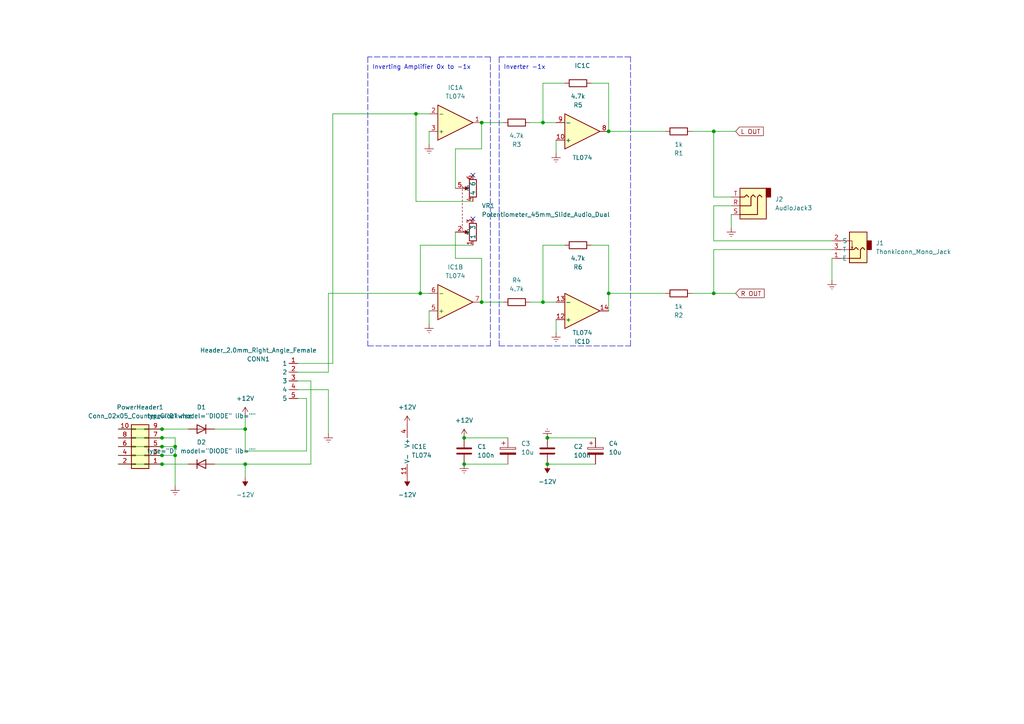
<source format=kicad_sch>
(kicad_sch (version 20211123) (generator eeschema)

  (uuid 9c0314b1-f82f-432d-95a0-65e191202552)

  (paper "A4")

  (lib_symbols
    (symbol "Amplifier_Operational:TL074" (pin_names (offset 0.127)) (in_bom yes) (on_board yes)
      (property "Reference" "U" (id 0) (at 0 5.08 0)
        (effects (font (size 1.27 1.27)) (justify left))
      )
      (property "Value" "TL074" (id 1) (at 0 -5.08 0)
        (effects (font (size 1.27 1.27)) (justify left))
      )
      (property "Footprint" "" (id 2) (at -1.27 2.54 0)
        (effects (font (size 1.27 1.27)) hide)
      )
      (property "Datasheet" "http://www.ti.com/lit/ds/symlink/tl071.pdf" (id 3) (at 1.27 5.08 0)
        (effects (font (size 1.27 1.27)) hide)
      )
      (property "ki_locked" "" (id 4) (at 0 0 0)
        (effects (font (size 1.27 1.27)))
      )
      (property "ki_keywords" "quad opamp" (id 5) (at 0 0 0)
        (effects (font (size 1.27 1.27)) hide)
      )
      (property "ki_description" "Quad Low-Noise JFET-Input Operational Amplifiers, DIP-14/SOIC-14" (id 6) (at 0 0 0)
        (effects (font (size 1.27 1.27)) hide)
      )
      (property "ki_fp_filters" "SOIC*3.9x8.7mm*P1.27mm* DIP*W7.62mm* TSSOP*4.4x5mm*P0.65mm* SSOP*5.3x6.2mm*P0.65mm* MSOP*3x3mm*P0.5mm*" (id 7) (at 0 0 0)
        (effects (font (size 1.27 1.27)) hide)
      )
      (symbol "TL074_1_1"
        (polyline
          (pts
            (xy -5.08 5.08)
            (xy 5.08 0)
            (xy -5.08 -5.08)
            (xy -5.08 5.08)
          )
          (stroke (width 0.254) (type default) (color 0 0 0 0))
          (fill (type background))
        )
        (pin output line (at 7.62 0 180) (length 2.54)
          (name "~" (effects (font (size 1.27 1.27))))
          (number "1" (effects (font (size 1.27 1.27))))
        )
        (pin input line (at -7.62 -2.54 0) (length 2.54)
          (name "-" (effects (font (size 1.27 1.27))))
          (number "2" (effects (font (size 1.27 1.27))))
        )
        (pin input line (at -7.62 2.54 0) (length 2.54)
          (name "+" (effects (font (size 1.27 1.27))))
          (number "3" (effects (font (size 1.27 1.27))))
        )
      )
      (symbol "TL074_2_1"
        (polyline
          (pts
            (xy -5.08 5.08)
            (xy 5.08 0)
            (xy -5.08 -5.08)
            (xy -5.08 5.08)
          )
          (stroke (width 0.254) (type default) (color 0 0 0 0))
          (fill (type background))
        )
        (pin input line (at -7.62 2.54 0) (length 2.54)
          (name "+" (effects (font (size 1.27 1.27))))
          (number "5" (effects (font (size 1.27 1.27))))
        )
        (pin input line (at -7.62 -2.54 0) (length 2.54)
          (name "-" (effects (font (size 1.27 1.27))))
          (number "6" (effects (font (size 1.27 1.27))))
        )
        (pin output line (at 7.62 0 180) (length 2.54)
          (name "~" (effects (font (size 1.27 1.27))))
          (number "7" (effects (font (size 1.27 1.27))))
        )
      )
      (symbol "TL074_3_1"
        (polyline
          (pts
            (xy -5.08 5.08)
            (xy 5.08 0)
            (xy -5.08 -5.08)
            (xy -5.08 5.08)
          )
          (stroke (width 0.254) (type default) (color 0 0 0 0))
          (fill (type background))
        )
        (pin input line (at -7.62 2.54 0) (length 2.54)
          (name "+" (effects (font (size 1.27 1.27))))
          (number "10" (effects (font (size 1.27 1.27))))
        )
        (pin output line (at 7.62 0 180) (length 2.54)
          (name "~" (effects (font (size 1.27 1.27))))
          (number "8" (effects (font (size 1.27 1.27))))
        )
        (pin input line (at -7.62 -2.54 0) (length 2.54)
          (name "-" (effects (font (size 1.27 1.27))))
          (number "9" (effects (font (size 1.27 1.27))))
        )
      )
      (symbol "TL074_4_1"
        (polyline
          (pts
            (xy -5.08 5.08)
            (xy 5.08 0)
            (xy -5.08 -5.08)
            (xy -5.08 5.08)
          )
          (stroke (width 0.254) (type default) (color 0 0 0 0))
          (fill (type background))
        )
        (pin input line (at -7.62 2.54 0) (length 2.54)
          (name "+" (effects (font (size 1.27 1.27))))
          (number "12" (effects (font (size 1.27 1.27))))
        )
        (pin input line (at -7.62 -2.54 0) (length 2.54)
          (name "-" (effects (font (size 1.27 1.27))))
          (number "13" (effects (font (size 1.27 1.27))))
        )
        (pin output line (at 7.62 0 180) (length 2.54)
          (name "~" (effects (font (size 1.27 1.27))))
          (number "14" (effects (font (size 1.27 1.27))))
        )
      )
      (symbol "TL074_5_1"
        (pin power_in line (at -2.54 -7.62 90) (length 3.81)
          (name "V-" (effects (font (size 1.27 1.27))))
          (number "11" (effects (font (size 1.27 1.27))))
        )
        (pin power_in line (at -2.54 7.62 270) (length 3.81)
          (name "V+" (effects (font (size 1.27 1.27))))
          (number "4" (effects (font (size 1.27 1.27))))
        )
      )
    )
    (symbol "Connector:AudioJack3" (in_bom yes) (on_board yes)
      (property "Reference" "J" (id 0) (at 0 8.89 0)
        (effects (font (size 1.27 1.27)))
      )
      (property "Value" "AudioJack3" (id 1) (at 0 6.35 0)
        (effects (font (size 1.27 1.27)))
      )
      (property "Footprint" "" (id 2) (at 0 0 0)
        (effects (font (size 1.27 1.27)) hide)
      )
      (property "Datasheet" "~" (id 3) (at 0 0 0)
        (effects (font (size 1.27 1.27)) hide)
      )
      (property "ki_keywords" "audio jack receptacle stereo headphones phones TRS connector" (id 4) (at 0 0 0)
        (effects (font (size 1.27 1.27)) hide)
      )
      (property "ki_description" "Audio Jack, 3 Poles (Stereo / TRS)" (id 5) (at 0 0 0)
        (effects (font (size 1.27 1.27)) hide)
      )
      (property "ki_fp_filters" "Jack*" (id 6) (at 0 0 0)
        (effects (font (size 1.27 1.27)) hide)
      )
      (symbol "AudioJack3_0_1"
        (rectangle (start -5.08 -5.08) (end -6.35 -2.54)
          (stroke (width 0.254) (type default) (color 0 0 0 0))
          (fill (type outline))
        )
        (polyline
          (pts
            (xy 0 -2.54)
            (xy 0.635 -3.175)
            (xy 1.27 -2.54)
            (xy 2.54 -2.54)
          )
          (stroke (width 0.254) (type default) (color 0 0 0 0))
          (fill (type none))
        )
        (polyline
          (pts
            (xy -1.905 -2.54)
            (xy -1.27 -3.175)
            (xy -0.635 -2.54)
            (xy -0.635 0)
            (xy 2.54 0)
          )
          (stroke (width 0.254) (type default) (color 0 0 0 0))
          (fill (type none))
        )
        (polyline
          (pts
            (xy 2.54 2.54)
            (xy -2.54 2.54)
            (xy -2.54 -2.54)
            (xy -3.175 -3.175)
            (xy -3.81 -2.54)
          )
          (stroke (width 0.254) (type default) (color 0 0 0 0))
          (fill (type none))
        )
        (rectangle (start 2.54 3.81) (end -5.08 -5.08)
          (stroke (width 0.254) (type default) (color 0 0 0 0))
          (fill (type background))
        )
      )
      (symbol "AudioJack3_1_1"
        (pin passive line (at 5.08 0 180) (length 2.54)
          (name "~" (effects (font (size 1.27 1.27))))
          (number "R" (effects (font (size 1.27 1.27))))
        )
        (pin passive line (at 5.08 2.54 180) (length 2.54)
          (name "~" (effects (font (size 1.27 1.27))))
          (number "S" (effects (font (size 1.27 1.27))))
        )
        (pin passive line (at 5.08 -2.54 180) (length 2.54)
          (name "~" (effects (font (size 1.27 1.27))))
          (number "T" (effects (font (size 1.27 1.27))))
        )
      )
    )
    (symbol "Connector_Generic:Conn_02x05_Odd_Even" (pin_names (offset 1.016) hide) (in_bom yes) (on_board yes)
      (property "Reference" "J" (id 0) (at 1.27 7.62 0)
        (effects (font (size 1.27 1.27)))
      )
      (property "Value" "Conn_02x05_Odd_Even" (id 1) (at 1.27 -7.62 0)
        (effects (font (size 1.27 1.27)))
      )
      (property "Footprint" "" (id 2) (at 0 0 0)
        (effects (font (size 1.27 1.27)) hide)
      )
      (property "Datasheet" "~" (id 3) (at 0 0 0)
        (effects (font (size 1.27 1.27)) hide)
      )
      (property "ki_keywords" "connector" (id 4) (at 0 0 0)
        (effects (font (size 1.27 1.27)) hide)
      )
      (property "ki_description" "Generic connector, double row, 02x05, odd/even pin numbering scheme (row 1 odd numbers, row 2 even numbers), script generated (kicad-library-utils/schlib/autogen/connector/)" (id 5) (at 0 0 0)
        (effects (font (size 1.27 1.27)) hide)
      )
      (property "ki_fp_filters" "Connector*:*_2x??_*" (id 6) (at 0 0 0)
        (effects (font (size 1.27 1.27)) hide)
      )
      (symbol "Conn_02x05_Odd_Even_1_1"
        (rectangle (start -1.27 -4.953) (end 0 -5.207)
          (stroke (width 0.1524) (type default) (color 0 0 0 0))
          (fill (type none))
        )
        (rectangle (start -1.27 -2.413) (end 0 -2.667)
          (stroke (width 0.1524) (type default) (color 0 0 0 0))
          (fill (type none))
        )
        (rectangle (start -1.27 0.127) (end 0 -0.127)
          (stroke (width 0.1524) (type default) (color 0 0 0 0))
          (fill (type none))
        )
        (rectangle (start -1.27 2.667) (end 0 2.413)
          (stroke (width 0.1524) (type default) (color 0 0 0 0))
          (fill (type none))
        )
        (rectangle (start -1.27 5.207) (end 0 4.953)
          (stroke (width 0.1524) (type default) (color 0 0 0 0))
          (fill (type none))
        )
        (rectangle (start -1.27 6.35) (end 3.81 -6.35)
          (stroke (width 0.254) (type default) (color 0 0 0 0))
          (fill (type background))
        )
        (rectangle (start 3.81 -4.953) (end 2.54 -5.207)
          (stroke (width 0.1524) (type default) (color 0 0 0 0))
          (fill (type none))
        )
        (rectangle (start 3.81 -2.413) (end 2.54 -2.667)
          (stroke (width 0.1524) (type default) (color 0 0 0 0))
          (fill (type none))
        )
        (rectangle (start 3.81 0.127) (end 2.54 -0.127)
          (stroke (width 0.1524) (type default) (color 0 0 0 0))
          (fill (type none))
        )
        (rectangle (start 3.81 2.667) (end 2.54 2.413)
          (stroke (width 0.1524) (type default) (color 0 0 0 0))
          (fill (type none))
        )
        (rectangle (start 3.81 5.207) (end 2.54 4.953)
          (stroke (width 0.1524) (type default) (color 0 0 0 0))
          (fill (type none))
        )
        (pin passive line (at -5.08 5.08 0) (length 3.81)
          (name "Pin_1" (effects (font (size 1.27 1.27))))
          (number "1" (effects (font (size 1.27 1.27))))
        )
        (pin passive line (at 7.62 -5.08 180) (length 3.81)
          (name "Pin_10" (effects (font (size 1.27 1.27))))
          (number "10" (effects (font (size 1.27 1.27))))
        )
        (pin passive line (at 7.62 5.08 180) (length 3.81)
          (name "Pin_2" (effects (font (size 1.27 1.27))))
          (number "2" (effects (font (size 1.27 1.27))))
        )
        (pin passive line (at -5.08 2.54 0) (length 3.81)
          (name "Pin_3" (effects (font (size 1.27 1.27))))
          (number "3" (effects (font (size 1.27 1.27))))
        )
        (pin passive line (at 7.62 2.54 180) (length 3.81)
          (name "Pin_4" (effects (font (size 1.27 1.27))))
          (number "4" (effects (font (size 1.27 1.27))))
        )
        (pin passive line (at -5.08 0 0) (length 3.81)
          (name "Pin_5" (effects (font (size 1.27 1.27))))
          (number "5" (effects (font (size 1.27 1.27))))
        )
        (pin passive line (at 7.62 0 180) (length 3.81)
          (name "Pin_6" (effects (font (size 1.27 1.27))))
          (number "6" (effects (font (size 1.27 1.27))))
        )
        (pin passive line (at -5.08 -2.54 0) (length 3.81)
          (name "Pin_7" (effects (font (size 1.27 1.27))))
          (number "7" (effects (font (size 1.27 1.27))))
        )
        (pin passive line (at 7.62 -2.54 180) (length 3.81)
          (name "Pin_8" (effects (font (size 1.27 1.27))))
          (number "8" (effects (font (size 1.27 1.27))))
        )
        (pin passive line (at -5.08 -5.08 0) (length 3.81)
          (name "Pin_9" (effects (font (size 1.27 1.27))))
          (number "9" (effects (font (size 1.27 1.27))))
        )
      )
    )
    (symbol "Device:C" (pin_numbers hide) (pin_names (offset 0.254)) (in_bom yes) (on_board yes)
      (property "Reference" "C" (id 0) (at 0.635 2.54 0)
        (effects (font (size 1.27 1.27)) (justify left))
      )
      (property "Value" "C" (id 1) (at 0.635 -2.54 0)
        (effects (font (size 1.27 1.27)) (justify left))
      )
      (property "Footprint" "" (id 2) (at 0.9652 -3.81 0)
        (effects (font (size 1.27 1.27)) hide)
      )
      (property "Datasheet" "~" (id 3) (at 0 0 0)
        (effects (font (size 1.27 1.27)) hide)
      )
      (property "ki_keywords" "cap capacitor" (id 4) (at 0 0 0)
        (effects (font (size 1.27 1.27)) hide)
      )
      (property "ki_description" "Unpolarized capacitor" (id 5) (at 0 0 0)
        (effects (font (size 1.27 1.27)) hide)
      )
      (property "ki_fp_filters" "C_*" (id 6) (at 0 0 0)
        (effects (font (size 1.27 1.27)) hide)
      )
      (symbol "C_0_1"
        (polyline
          (pts
            (xy -2.032 -0.762)
            (xy 2.032 -0.762)
          )
          (stroke (width 0.508) (type default) (color 0 0 0 0))
          (fill (type none))
        )
        (polyline
          (pts
            (xy -2.032 0.762)
            (xy 2.032 0.762)
          )
          (stroke (width 0.508) (type default) (color 0 0 0 0))
          (fill (type none))
        )
      )
      (symbol "C_1_1"
        (pin passive line (at 0 3.81 270) (length 2.794)
          (name "~" (effects (font (size 1.27 1.27))))
          (number "1" (effects (font (size 1.27 1.27))))
        )
        (pin passive line (at 0 -3.81 90) (length 2.794)
          (name "~" (effects (font (size 1.27 1.27))))
          (number "2" (effects (font (size 1.27 1.27))))
        )
      )
    )
    (symbol "Device:C_Polarized" (pin_numbers hide) (pin_names (offset 0.254)) (in_bom yes) (on_board yes)
      (property "Reference" "C" (id 0) (at 0.635 2.54 0)
        (effects (font (size 1.27 1.27)) (justify left))
      )
      (property "Value" "C_Polarized" (id 1) (at 0.635 -2.54 0)
        (effects (font (size 1.27 1.27)) (justify left))
      )
      (property "Footprint" "" (id 2) (at 0.9652 -3.81 0)
        (effects (font (size 1.27 1.27)) hide)
      )
      (property "Datasheet" "~" (id 3) (at 0 0 0)
        (effects (font (size 1.27 1.27)) hide)
      )
      (property "ki_keywords" "cap capacitor" (id 4) (at 0 0 0)
        (effects (font (size 1.27 1.27)) hide)
      )
      (property "ki_description" "Polarized capacitor" (id 5) (at 0 0 0)
        (effects (font (size 1.27 1.27)) hide)
      )
      (property "ki_fp_filters" "CP_*" (id 6) (at 0 0 0)
        (effects (font (size 1.27 1.27)) hide)
      )
      (symbol "C_Polarized_0_1"
        (rectangle (start -2.286 0.508) (end 2.286 1.016)
          (stroke (width 0) (type default) (color 0 0 0 0))
          (fill (type none))
        )
        (polyline
          (pts
            (xy -1.778 2.286)
            (xy -0.762 2.286)
          )
          (stroke (width 0) (type default) (color 0 0 0 0))
          (fill (type none))
        )
        (polyline
          (pts
            (xy -1.27 2.794)
            (xy -1.27 1.778)
          )
          (stroke (width 0) (type default) (color 0 0 0 0))
          (fill (type none))
        )
        (rectangle (start 2.286 -0.508) (end -2.286 -1.016)
          (stroke (width 0) (type default) (color 0 0 0 0))
          (fill (type outline))
        )
      )
      (symbol "C_Polarized_1_1"
        (pin passive line (at 0 3.81 270) (length 2.794)
          (name "~" (effects (font (size 1.27 1.27))))
          (number "1" (effects (font (size 1.27 1.27))))
        )
        (pin passive line (at 0 -3.81 90) (length 2.794)
          (name "~" (effects (font (size 1.27 1.27))))
          (number "2" (effects (font (size 1.27 1.27))))
        )
      )
    )
    (symbol "Device:R" (pin_numbers hide) (pin_names (offset 0)) (in_bom yes) (on_board yes)
      (property "Reference" "R" (id 0) (at 2.032 0 90)
        (effects (font (size 1.27 1.27)))
      )
      (property "Value" "R" (id 1) (at 0 0 90)
        (effects (font (size 1.27 1.27)))
      )
      (property "Footprint" "" (id 2) (at -1.778 0 90)
        (effects (font (size 1.27 1.27)) hide)
      )
      (property "Datasheet" "~" (id 3) (at 0 0 0)
        (effects (font (size 1.27 1.27)) hide)
      )
      (property "ki_keywords" "R res resistor" (id 4) (at 0 0 0)
        (effects (font (size 1.27 1.27)) hide)
      )
      (property "ki_description" "Resistor" (id 5) (at 0 0 0)
        (effects (font (size 1.27 1.27)) hide)
      )
      (property "ki_fp_filters" "R_*" (id 6) (at 0 0 0)
        (effects (font (size 1.27 1.27)) hide)
      )
      (symbol "R_0_1"
        (rectangle (start -1.016 -2.54) (end 1.016 2.54)
          (stroke (width 0.254) (type default) (color 0 0 0 0))
          (fill (type none))
        )
      )
      (symbol "R_1_1"
        (pin passive line (at 0 3.81 270) (length 1.27)
          (name "~" (effects (font (size 1.27 1.27))))
          (number "1" (effects (font (size 1.27 1.27))))
        )
        (pin passive line (at 0 -3.81 90) (length 1.27)
          (name "~" (effects (font (size 1.27 1.27))))
          (number "2" (effects (font (size 1.27 1.27))))
        )
      )
    )
    (symbol "Eurorack:Header_2.0mm_Right_Angle_Female" (in_bom yes) (on_board yes)
      (property "Reference" "CONN" (id 0) (at 0 -1.27 0)
        (effects (font (size 1.27 1.27)))
      )
      (property "Value" "Header_2.0mm_Right_Angle_Female" (id 1) (at 0 1.27 0)
        (effects (font (size 1.27 1.27)))
      )
      (property "Footprint" "" (id 2) (at 0 0 0)
        (effects (font (size 1.27 1.27)) hide)
      )
      (property "Datasheet" "" (id 3) (at 0 0 0)
        (effects (font (size 1.27 1.27)) hide)
      )
      (symbol "Header_2.0mm_Right_Angle_Female_1_1"
        (pin input line (at 0 -3.81 0) (length 2.54)
          (name "1" (effects (font (size 1.27 1.27))))
          (number "1" (effects (font (size 1.27 1.27))))
        )
        (pin input line (at 0 -6.35 0) (length 2.54)
          (name "2" (effects (font (size 1.27 1.27))))
          (number "2" (effects (font (size 1.27 1.27))))
        )
        (pin input line (at 0 -8.89 0) (length 2.54)
          (name "3" (effects (font (size 1.27 1.27))))
          (number "3" (effects (font (size 1.27 1.27))))
        )
        (pin input line (at 0 -11.43 0) (length 2.54)
          (name "4" (effects (font (size 1.27 1.27))))
          (number "4" (effects (font (size 1.27 1.27))))
        )
        (pin input line (at 0 -13.97 0) (length 2.54)
          (name "5" (effects (font (size 1.27 1.27))))
          (number "5" (effects (font (size 1.27 1.27))))
        )
      )
    )
    (symbol "Eurorack:Potentiometer_45mm_Slide_Audio_Dual" (in_bom yes) (on_board yes)
      (property "Reference" "VR" (id 0) (at -1.27 10.16 0)
        (effects (font (size 1.27 1.27)))
      )
      (property "Value" "Potentiometer_45mm_Slide_Audio_Dual" (id 1) (at -1.27 12.7 0)
        (effects (font (size 1.27 1.27)))
      )
      (property "Footprint" "" (id 2) (at 0 0 0)
        (effects (font (size 1.27 1.27)) hide)
      )
      (property "Datasheet" "" (id 3) (at 0 0 0)
        (effects (font (size 1.27 1.27)) hide)
      )
      (symbol "Potentiometer_45mm_Slide_Audio_Dual_0_1"
        (rectangle (start -10.16 1.016) (end -5.08 -1.016)
          (stroke (width 0.254) (type default) (color 0 0 0 0))
          (fill (type none))
        )
        (polyline
          (pts
            (xy -7.62 2.54)
            (xy -7.62 1.524)
          )
          (stroke (width 0) (type default) (color 0 0 0 0))
          (fill (type none))
        )
        (polyline
          (pts
            (xy -7.62 2.54)
            (xy -7.62 1.524)
          )
          (stroke (width 0) (type default) (color 0 0 0 0))
          (fill (type none))
        )
        (polyline
          (pts
            (xy -7.62 2.54)
            (xy -7.112 3.048)
          )
          (stroke (width 0) (type default) (color 0 0 0 0))
          (fill (type none))
        )
        (polyline
          (pts
            (xy -6.858 3.048)
            (xy -6.35 3.048)
          )
          (stroke (width 0) (type default) (color 0 0 0 0))
          (fill (type none))
        )
        (polyline
          (pts
            (xy -5.842 3.048)
            (xy -5.334 3.048)
          )
          (stroke (width 0) (type default) (color 0 0 0 0))
          (fill (type none))
        )
        (polyline
          (pts
            (xy -4.826 3.048)
            (xy -4.318 3.048)
          )
          (stroke (width 0) (type default) (color 0 0 0 0))
          (fill (type none))
        )
        (polyline
          (pts
            (xy -3.81 3.048)
            (xy -3.302 3.048)
          )
          (stroke (width 0) (type default) (color 0 0 0 0))
          (fill (type none))
        )
        (polyline
          (pts
            (xy -2.794 3.048)
            (xy -2.286 3.048)
          )
          (stroke (width 0) (type default) (color 0 0 0 0))
          (fill (type none))
        )
        (polyline
          (pts
            (xy -1.778 3.048)
            (xy -1.27 3.048)
          )
          (stroke (width 0) (type default) (color 0 0 0 0))
          (fill (type none))
        )
        (polyline
          (pts
            (xy -0.762 3.048)
            (xy -0.254 3.048)
          )
          (stroke (width 0) (type default) (color 0 0 0 0))
          (fill (type none))
        )
        (polyline
          (pts
            (xy 0.254 3.048)
            (xy 0.762 3.048)
          )
          (stroke (width 0) (type default) (color 0 0 0 0))
          (fill (type none))
        )
        (polyline
          (pts
            (xy 1.27 3.048)
            (xy 1.778 3.048)
          )
          (stroke (width 0) (type default) (color 0 0 0 0))
          (fill (type none))
        )
        (polyline
          (pts
            (xy 2.286 3.048)
            (xy 2.794 3.048)
          )
          (stroke (width 0) (type default) (color 0 0 0 0))
          (fill (type none))
        )
        (polyline
          (pts
            (xy 3.302 3.048)
            (xy 3.81 3.048)
          )
          (stroke (width 0) (type default) (color 0 0 0 0))
          (fill (type none))
        )
        (polyline
          (pts
            (xy 4.318 3.048)
            (xy 4.826 3.048)
          )
          (stroke (width 0) (type default) (color 0 0 0 0))
          (fill (type none))
        )
        (polyline
          (pts
            (xy 5.08 2.54)
            (xy 5.08 1.524)
          )
          (stroke (width 0) (type default) (color 0 0 0 0))
          (fill (type none))
        )
        (polyline
          (pts
            (xy 5.08 2.54)
            (xy 5.08 1.524)
          )
          (stroke (width 0) (type default) (color 0 0 0 0))
          (fill (type none))
        )
        (polyline
          (pts
            (xy 5.334 3.048)
            (xy 5.588 3.048)
            (xy 5.08 2.54)
          )
          (stroke (width 0) (type default) (color 0 0 0 0))
          (fill (type none))
        )
        (polyline
          (pts
            (xy -7.62 1.143)
            (xy -8.128 2.286)
            (xy -7.112 2.286)
            (xy -7.62 1.143)
          )
          (stroke (width 0) (type default) (color 0 0 0 0))
          (fill (type outline))
        )
        (polyline
          (pts
            (xy 5.08 1.143)
            (xy 4.572 2.286)
            (xy 5.588 2.286)
            (xy 5.08 1.143)
          )
          (stroke (width 0) (type default) (color 0 0 0 0))
          (fill (type outline))
        )
        (rectangle (start 2.54 1.016) (end 7.62 -1.016)
          (stroke (width 0.254) (type default) (color 0 0 0 0))
          (fill (type none))
        )
      )
      (symbol "Potentiometer_45mm_Slide_Audio_Dual_1_1"
        (pin passive line (at -11.43 0 0) (length 1.27)
          (name "1" (effects (font (size 1.27 1.27))))
          (number "1" (effects (font (size 1.27 1.27))))
        )
        (pin passive line (at -7.62 5.08 270) (length 2.54)
          (name "2" (effects (font (size 1.27 1.27))))
          (number "2" (effects (font (size 1.27 1.27))))
        )
        (pin passive line (at -3.81 0 180) (length 1.27)
          (name "3" (effects (font (size 1.27 1.27))))
          (number "3" (effects (font (size 1.27 1.27))))
        )
        (pin passive line (at 1.27 0 0) (length 1.27)
          (name "4" (effects (font (size 1.27 1.27))))
          (number "4" (effects (font (size 1.27 1.27))))
        )
        (pin passive line (at 5.08 5.08 270) (length 2.54)
          (name "5" (effects (font (size 1.27 1.27))))
          (number "5" (effects (font (size 1.27 1.27))))
        )
        (pin passive line (at 8.89 0 180) (length 1.27)
          (name "6" (effects (font (size 1.27 1.27))))
          (number "6" (effects (font (size 1.27 1.27))))
        )
      )
    )
    (symbol "Eurorack:Thonkiconn_Mono_Jack" (in_bom yes) (on_board yes)
      (property "Reference" "J" (id 0) (at 0 1.27 0)
        (effects (font (size 1.27 1.27)))
      )
      (property "Value" "Thonkiconn_Mono_Jack" (id 1) (at 10.16 3.81 0)
        (effects (font (size 1.27 1.27)))
      )
      (property "Footprint" "" (id 2) (at 0 -8.89 0)
        (effects (font (size 1.27 1.27)) hide)
      )
      (property "Datasheet" "" (id 3) (at 0 -8.89 0)
        (effects (font (size 1.27 1.27)) hide)
      )
      (symbol "Thonkiconn_Mono_Jack_0_1"
        (rectangle (start -1.27 -2.54) (end 0 -5.08)
          (stroke (width 0.254) (type default) (color 0 0 0 0))
          (fill (type outline))
        )
        (polyline
          (pts
            (xy 4.318 -4.826)
            (xy 4.572 -4.318)
          )
          (stroke (width 0) (type default) (color 0 0 0 0))
          (fill (type none))
        )
        (polyline
          (pts
            (xy 8.89 -7.62)
            (xy 5.08 -7.62)
          )
          (stroke (width 0) (type default) (color 0 0 0 0))
          (fill (type none))
        )
        (polyline
          (pts
            (xy 8.89 -5.08)
            (xy 5.08 -5.08)
          )
          (stroke (width 0) (type default) (color 0 0 0 0))
          (fill (type none))
        )
        (polyline
          (pts
            (xy 2.54 -5.08)
            (xy 3.175 -4.445)
            (xy 3.81 -5.08)
            (xy 5.08 -5.08)
          )
          (stroke (width 0.254) (type default) (color 0 0 0 0))
          (fill (type none))
        )
        (polyline
          (pts
            (xy 8.89 -2.54)
            (xy 4.318 -2.54)
            (xy 4.318 -4.826)
            (xy 4.064 -4.318)
          )
          (stroke (width 0) (type default) (color 0 0 0 0))
          (fill (type none))
        )
        (polyline
          (pts
            (xy 5.08 -7.62)
            (xy 1.905 -7.62)
            (xy 1.905 -5.08)
            (xy 1.27 -4.445)
            (xy 0.635 -5.08)
          )
          (stroke (width 0.254) (type default) (color 0 0 0 0))
          (fill (type none))
        )
        (rectangle (start 0 0) (end 5.08 -8.89)
          (stroke (width 0.254) (type default) (color 0 0 0 0))
          (fill (type background))
        )
      )
      (symbol "Thonkiconn_Mono_Jack_1_1"
        (pin passive line (at 10.16 -7.62 180) (length 2.54)
          (name "E" (effects (font (size 1.27 1.27))))
          (number "1" (effects (font (size 1.27 1.27))))
        )
        (pin passive line (at 10.16 -2.54 180) (length 2.54)
          (name "S" (effects (font (size 1.27 1.27))))
          (number "2" (effects (font (size 1.27 1.27))))
        )
        (pin passive line (at 10.16 -5.08 180) (length 2.54)
          (name "T" (effects (font (size 1.27 1.27))))
          (number "3" (effects (font (size 1.27 1.27))))
        )
      )
    )
    (symbol "Simulation_SPICE:DIODE" (pin_numbers hide) (pin_names (offset 1.016) hide) (in_bom yes) (on_board yes)
      (property "Reference" "D" (id 0) (at 0 2.54 0)
        (effects (font (size 1.27 1.27)))
      )
      (property "Value" "DIODE" (id 1) (at 0 -2.54 0)
        (effects (font (size 1.27 1.27)))
      )
      (property "Footprint" "" (id 2) (at 0 0 0)
        (effects (font (size 1.27 1.27)) hide)
      )
      (property "Datasheet" "~" (id 3) (at 0 0 0)
        (effects (font (size 1.27 1.27)) hide)
      )
      (property "Spice_Netlist_Enabled" "Y" (id 4) (at 0 0 0)
        (effects (font (size 1.27 1.27)) (justify left) hide)
      )
      (property "Spice_Primitive" "D" (id 5) (at 0 0 0)
        (effects (font (size 1.27 1.27)) (justify left) hide)
      )
      (property "ki_keywords" "simulation" (id 6) (at 0 0 0)
        (effects (font (size 1.27 1.27)) hide)
      )
      (property "ki_description" "Diode, anode on pin 1, for simulation only!" (id 7) (at 0 0 0)
        (effects (font (size 1.27 1.27)) hide)
      )
      (symbol "DIODE_0_1"
        (polyline
          (pts
            (xy 1.27 0)
            (xy -1.27 0)
          )
          (stroke (width 0) (type default) (color 0 0 0 0))
          (fill (type none))
        )
        (polyline
          (pts
            (xy 1.27 1.27)
            (xy 1.27 -1.27)
          )
          (stroke (width 0.254) (type default) (color 0 0 0 0))
          (fill (type none))
        )
        (polyline
          (pts
            (xy -1.27 -1.27)
            (xy -1.27 1.27)
            (xy 1.27 0)
            (xy -1.27 -1.27)
          )
          (stroke (width 0.254) (type default) (color 0 0 0 0))
          (fill (type none))
        )
      )
      (symbol "DIODE_1_1"
        (pin passive line (at -3.81 0 0) (length 2.54)
          (name "A" (effects (font (size 1.27 1.27))))
          (number "1" (effects (font (size 1.27 1.27))))
        )
        (pin passive line (at 3.81 0 180) (length 2.54)
          (name "K" (effects (font (size 1.27 1.27))))
          (number "2" (effects (font (size 1.27 1.27))))
        )
      )
    )
    (symbol "power:+12V" (power) (pin_names (offset 0)) (in_bom yes) (on_board yes)
      (property "Reference" "#PWR" (id 0) (at 0 -3.81 0)
        (effects (font (size 1.27 1.27)) hide)
      )
      (property "Value" "+12V" (id 1) (at 0 3.556 0)
        (effects (font (size 1.27 1.27)))
      )
      (property "Footprint" "" (id 2) (at 0 0 0)
        (effects (font (size 1.27 1.27)) hide)
      )
      (property "Datasheet" "" (id 3) (at 0 0 0)
        (effects (font (size 1.27 1.27)) hide)
      )
      (property "ki_keywords" "power-flag" (id 4) (at 0 0 0)
        (effects (font (size 1.27 1.27)) hide)
      )
      (property "ki_description" "Power symbol creates a global label with name \"+12V\"" (id 5) (at 0 0 0)
        (effects (font (size 1.27 1.27)) hide)
      )
      (symbol "+12V_0_1"
        (polyline
          (pts
            (xy -0.762 1.27)
            (xy 0 2.54)
          )
          (stroke (width 0) (type default) (color 0 0 0 0))
          (fill (type none))
        )
        (polyline
          (pts
            (xy 0 0)
            (xy 0 2.54)
          )
          (stroke (width 0) (type default) (color 0 0 0 0))
          (fill (type none))
        )
        (polyline
          (pts
            (xy 0 2.54)
            (xy 0.762 1.27)
          )
          (stroke (width 0) (type default) (color 0 0 0 0))
          (fill (type none))
        )
      )
      (symbol "+12V_1_1"
        (pin power_in line (at 0 0 90) (length 0) hide
          (name "+12V" (effects (font (size 1.27 1.27))))
          (number "1" (effects (font (size 1.27 1.27))))
        )
      )
    )
    (symbol "power:-12V" (power) (pin_names (offset 0)) (in_bom yes) (on_board yes)
      (property "Reference" "#PWR" (id 0) (at 0 2.54 0)
        (effects (font (size 1.27 1.27)) hide)
      )
      (property "Value" "-12V" (id 1) (at 0 3.81 0)
        (effects (font (size 1.27 1.27)))
      )
      (property "Footprint" "" (id 2) (at 0 0 0)
        (effects (font (size 1.27 1.27)) hide)
      )
      (property "Datasheet" "" (id 3) (at 0 0 0)
        (effects (font (size 1.27 1.27)) hide)
      )
      (property "ki_keywords" "power-flag" (id 4) (at 0 0 0)
        (effects (font (size 1.27 1.27)) hide)
      )
      (property "ki_description" "Power symbol creates a global label with name \"-12V\"" (id 5) (at 0 0 0)
        (effects (font (size 1.27 1.27)) hide)
      )
      (symbol "-12V_0_0"
        (pin power_in line (at 0 0 90) (length 0) hide
          (name "-12V" (effects (font (size 1.27 1.27))))
          (number "1" (effects (font (size 1.27 1.27))))
        )
      )
      (symbol "-12V_0_1"
        (polyline
          (pts
            (xy 0 0)
            (xy 0 1.27)
            (xy 0.762 1.27)
            (xy 0 2.54)
            (xy -0.762 1.27)
            (xy 0 1.27)
          )
          (stroke (width 0) (type default) (color 0 0 0 0))
          (fill (type outline))
        )
      )
    )
    (symbol "power:Earth" (power) (pin_names (offset 0)) (in_bom yes) (on_board yes)
      (property "Reference" "#PWR" (id 0) (at 0 -6.35 0)
        (effects (font (size 1.27 1.27)) hide)
      )
      (property "Value" "Earth" (id 1) (at 0 -3.81 0)
        (effects (font (size 1.27 1.27)) hide)
      )
      (property "Footprint" "" (id 2) (at 0 0 0)
        (effects (font (size 1.27 1.27)) hide)
      )
      (property "Datasheet" "~" (id 3) (at 0 0 0)
        (effects (font (size 1.27 1.27)) hide)
      )
      (property "ki_keywords" "power-flag ground gnd" (id 4) (at 0 0 0)
        (effects (font (size 1.27 1.27)) hide)
      )
      (property "ki_description" "Power symbol creates a global label with name \"Earth\"" (id 5) (at 0 0 0)
        (effects (font (size 1.27 1.27)) hide)
      )
      (symbol "Earth_0_1"
        (polyline
          (pts
            (xy -0.635 -1.905)
            (xy 0.635 -1.905)
          )
          (stroke (width 0) (type default) (color 0 0 0 0))
          (fill (type none))
        )
        (polyline
          (pts
            (xy -0.127 -2.54)
            (xy 0.127 -2.54)
          )
          (stroke (width 0) (type default) (color 0 0 0 0))
          (fill (type none))
        )
        (polyline
          (pts
            (xy 0 -1.27)
            (xy 0 0)
          )
          (stroke (width 0) (type default) (color 0 0 0 0))
          (fill (type none))
        )
        (polyline
          (pts
            (xy 1.27 -1.27)
            (xy -1.27 -1.27)
          )
          (stroke (width 0) (type default) (color 0 0 0 0))
          (fill (type none))
        )
      )
      (symbol "Earth_1_1"
        (pin power_in line (at 0 0 270) (length 0) hide
          (name "Earth" (effects (font (size 1.27 1.27))))
          (number "1" (effects (font (size 1.27 1.27))))
        )
      )
    )
  )

  (junction (at 46.99 134.62) (diameter 0) (color 0 0 0 0)
    (uuid 01f3e8e3-9c7c-4600-b56a-c23a547e867e)
  )
  (junction (at 176.53 38.1) (diameter 0) (color 0 0 0 0)
    (uuid 0d17cfa0-3579-46aa-ba2d-3a16d908725c)
  )
  (junction (at 158.75 134.62) (diameter 0) (color 0 0 0 0)
    (uuid 16131d30-c61f-46b0-bdab-5474a52998a2)
  )
  (junction (at 46.99 127) (diameter 0) (color 0 0 0 0)
    (uuid 1d6e70ab-5e4a-4681-b771-bc79ea1064e0)
  )
  (junction (at 50.8 129.54) (diameter 0) (color 0 0 0 0)
    (uuid 320648ce-4279-4b94-8289-b553247e6d8b)
  )
  (junction (at 46.99 129.54) (diameter 0) (color 0 0 0 0)
    (uuid 3c6bd1f7-5506-4b68-b96a-10c5e8fe89e5)
  )
  (junction (at 121.92 85.09) (diameter 0) (color 0 0 0 0)
    (uuid 4686e682-4f45-482f-93af-91cf386c60d9)
  )
  (junction (at 46.99 132.08) (diameter 0) (color 0 0 0 0)
    (uuid 53182163-f8e7-4afd-b416-c6198fb873bb)
  )
  (junction (at 134.62 134.62) (diameter 0) (color 0 0 0 0)
    (uuid 538a5dae-8fb2-43b3-8c61-973e39d0f8b8)
  )
  (junction (at 50.8 132.08) (diameter 0) (color 0 0 0 0)
    (uuid 549ab32e-d6da-4544-814d-a8ba35dd8afd)
  )
  (junction (at 157.48 35.56) (diameter 0) (color 0 0 0 0)
    (uuid 5798e388-3e78-45c9-a3ea-08f26f423d1a)
  )
  (junction (at 71.12 124.46) (diameter 0) (color 0 0 0 0)
    (uuid 7093dcf5-8dd5-4565-836e-c958f413ec3d)
  )
  (junction (at 176.53 85.09) (diameter 0) (color 0 0 0 0)
    (uuid 7b7cd2a4-1936-4fdb-bffc-e601c4d53c5e)
  )
  (junction (at 139.7 87.63) (diameter 0) (color 0 0 0 0)
    (uuid 8ee55abd-4c49-4b31-89d9-ae59798083b4)
  )
  (junction (at 157.48 87.63) (diameter 0) (color 0 0 0 0)
    (uuid 90591434-813e-4949-9551-db8ec843ba92)
  )
  (junction (at 120.65 33.02) (diameter 0) (color 0 0 0 0)
    (uuid 9aaf792f-0730-4866-af7f-b192fd2e084e)
  )
  (junction (at 134.62 127) (diameter 0) (color 0 0 0 0)
    (uuid a4e0517d-7dbb-4bf0-aea7-af17eacc3642)
  )
  (junction (at 71.12 134.62) (diameter 0) (color 0 0 0 0)
    (uuid a6727765-0d31-4a21-b65e-7a97627ef8b9)
  )
  (junction (at 207.01 38.1) (diameter 0) (color 0 0 0 0)
    (uuid aecac228-1cca-4994-9639-ad5e27f75eba)
  )
  (junction (at 207.01 85.09) (diameter 0) (color 0 0 0 0)
    (uuid e72bf2b0-0cfb-4238-91fa-0ea1bb2ca510)
  )
  (junction (at 158.75 127) (diameter 0) (color 0 0 0 0)
    (uuid ea14ac24-0372-4815-bd16-c0dde1c97140)
  )
  (junction (at 46.99 124.46) (diameter 0) (color 0 0 0 0)
    (uuid ebd75b33-95ab-46b1-b1b4-b99ca0a51d2a)
  )
  (junction (at 139.7 35.56) (diameter 0) (color 0 0 0 0)
    (uuid fc27feb1-87c9-40c8-b1c5-29e9315a3fc8)
  )

  (no_connect (at 137.16 50.8) (uuid 4e72994f-410e-42ab-a8f9-f801527ca6d0))
  (no_connect (at 137.16 63.5) (uuid 4e72994f-410e-42ab-a8f9-f801527ca6d1))

  (polyline (pts (xy 106.68 16.51) (xy 106.68 100.33))
    (stroke (width 0) (type default) (color 0 0 0 0))
    (uuid 008aa0b6-78a3-422d-b4e3-85bcd511b367)
  )
  (polyline (pts (xy 182.88 16.51) (xy 144.78 16.51))
    (stroke (width 0) (type default) (color 0 0 0 0))
    (uuid 00f4d383-8c63-4f20-8ec4-4be883de175e)
  )

  (wire (pts (xy 86.36 110.49) (xy 90.17 110.49))
    (stroke (width 0) (type default) (color 0 0 0 0))
    (uuid 01025504-647f-4005-9f6c-cfc0a945b9ba)
  )
  (wire (pts (xy 176.53 71.12) (xy 176.53 85.09))
    (stroke (width 0) (type default) (color 0 0 0 0))
    (uuid 019eb8a7-354a-47a0-9f43-8ebcaae9d8d2)
  )
  (wire (pts (xy 34.29 124.46) (xy 46.99 124.46))
    (stroke (width 0) (type default) (color 0 0 0 0))
    (uuid 021be8c4-b9e8-4739-a1df-1d84bbf00ee8)
  )
  (wire (pts (xy 34.29 127) (xy 46.99 127))
    (stroke (width 0) (type default) (color 0 0 0 0))
    (uuid 0364b08e-010c-4eea-b054-d524817c919e)
  )
  (wire (pts (xy 34.29 134.62) (xy 46.99 134.62))
    (stroke (width 0) (type default) (color 0 0 0 0))
    (uuid 0610e5c1-7e79-4a2c-bcc8-8e76eeecda25)
  )
  (wire (pts (xy 86.36 105.41) (xy 96.52 105.41))
    (stroke (width 0) (type default) (color 0 0 0 0))
    (uuid 0bda8e65-6646-4497-9ec1-3b0975ca9ee0)
  )
  (wire (pts (xy 157.48 71.12) (xy 157.48 87.63))
    (stroke (width 0) (type default) (color 0 0 0 0))
    (uuid 0cdbfa7f-6b55-485e-b75c-6c385a5175c9)
  )
  (wire (pts (xy 207.01 69.85) (xy 207.01 59.69))
    (stroke (width 0) (type default) (color 0 0 0 0))
    (uuid 17d647d2-36cd-405f-a8c1-4a4bb5cb57ac)
  )
  (wire (pts (xy 193.04 38.1) (xy 176.53 38.1))
    (stroke (width 0) (type default) (color 0 0 0 0))
    (uuid 19f352b9-1fdd-4573-84f1-0ad1049b9c6d)
  )
  (wire (pts (xy 62.23 124.46) (xy 71.12 124.46))
    (stroke (width 0) (type default) (color 0 0 0 0))
    (uuid 1ab843bb-a66e-4d23-b636-448d6986293b)
  )
  (wire (pts (xy 50.8 132.08) (xy 46.99 132.08))
    (stroke (width 0) (type default) (color 0 0 0 0))
    (uuid 1cd3486f-5b9c-4aa5-93be-ea2a72ffd966)
  )
  (wire (pts (xy 132.08 67.31) (xy 132.08 74.93))
    (stroke (width 0) (type default) (color 0 0 0 0))
    (uuid 1cdd8f61-91d6-404a-9684-659f8bf57fc2)
  )
  (wire (pts (xy 132.08 74.93) (xy 139.7 74.93))
    (stroke (width 0) (type default) (color 0 0 0 0))
    (uuid 1d44f977-b882-48e1-ba6c-55bb96a2acb0)
  )
  (wire (pts (xy 90.17 134.62) (xy 90.17 110.49))
    (stroke (width 0) (type default) (color 0 0 0 0))
    (uuid 26217dc7-6727-4e75-bfa7-5cbb997273dd)
  )
  (wire (pts (xy 50.8 127) (xy 46.99 127))
    (stroke (width 0) (type default) (color 0 0 0 0))
    (uuid 321fc844-a873-4e3f-83ce-18c15e8ba326)
  )
  (wire (pts (xy 50.8 129.54) (xy 46.99 129.54))
    (stroke (width 0) (type default) (color 0 0 0 0))
    (uuid 33ce9b5a-9ea0-4428-8319-834d1cb2166e)
  )
  (wire (pts (xy 46.99 134.62) (xy 54.61 134.62))
    (stroke (width 0) (type default) (color 0 0 0 0))
    (uuid 35c76de3-8cec-44c6-9eef-e3eb46013963)
  )
  (wire (pts (xy 124.46 38.1) (xy 124.46 41.91))
    (stroke (width 0) (type default) (color 0 0 0 0))
    (uuid 3dbac78d-ac58-4786-af9e-73ec5c7953dc)
  )
  (wire (pts (xy 132.08 54.61) (xy 132.08 43.18))
    (stroke (width 0) (type default) (color 0 0 0 0))
    (uuid 41a7afab-7a01-43f1-bd15-6d9f95d7f846)
  )
  (wire (pts (xy 34.29 129.54) (xy 46.99 129.54))
    (stroke (width 0) (type default) (color 0 0 0 0))
    (uuid 431ddd53-6486-41e4-816a-c69d809e1769)
  )
  (wire (pts (xy 120.65 58.42) (xy 120.65 33.02))
    (stroke (width 0) (type default) (color 0 0 0 0))
    (uuid 4bcc2df1-b5cb-4ec1-989f-55d9843c49d6)
  )
  (wire (pts (xy 157.48 35.56) (xy 161.29 35.56))
    (stroke (width 0) (type default) (color 0 0 0 0))
    (uuid 4c4bb0ab-ff4a-4ef5-bf2a-e36f6d2ae98b)
  )
  (wire (pts (xy 158.75 127) (xy 172.72 127))
    (stroke (width 0) (type default) (color 0 0 0 0))
    (uuid 4d7d8a15-ff2b-4e53-a571-64cd5857cbe5)
  )
  (wire (pts (xy 95.25 85.09) (xy 121.92 85.09))
    (stroke (width 0) (type default) (color 0 0 0 0))
    (uuid 5070abd7-9f7e-42da-96fe-9e3f2e855956)
  )
  (wire (pts (xy 176.53 24.13) (xy 176.53 38.1))
    (stroke (width 0) (type default) (color 0 0 0 0))
    (uuid 525c60ed-146d-4c72-87fe-df8991baca56)
  )
  (wire (pts (xy 134.62 127) (xy 147.32 127))
    (stroke (width 0) (type default) (color 0 0 0 0))
    (uuid 5727a588-6d45-4d67-8f89-47b570fb8651)
  )
  (wire (pts (xy 96.52 33.02) (xy 120.65 33.02))
    (stroke (width 0) (type default) (color 0 0 0 0))
    (uuid 5e7cb382-d1b9-4cfb-9226-471026f12d2f)
  )
  (polyline (pts (xy 144.78 16.51) (xy 144.78 100.33))
    (stroke (width 0) (type default) (color 0 0 0 0))
    (uuid 6018e453-70c3-47a8-a923-8c26df5c9397)
  )

  (wire (pts (xy 212.09 62.23) (xy 212.09 66.04))
    (stroke (width 0) (type default) (color 0 0 0 0))
    (uuid 6041aa42-b29b-4e30-88a6-ddaebedf80d5)
  )
  (polyline (pts (xy 182.88 100.33) (xy 182.88 16.51))
    (stroke (width 0) (type default) (color 0 0 0 0))
    (uuid 6198bc92-50d9-4c85-9ff4-58e10e934ad7)
  )

  (wire (pts (xy 88.9 130.81) (xy 88.9 115.57))
    (stroke (width 0) (type default) (color 0 0 0 0))
    (uuid 62d5726f-8c14-418f-a460-e4012942bf81)
  )
  (wire (pts (xy 139.7 87.63) (xy 146.05 87.63))
    (stroke (width 0) (type default) (color 0 0 0 0))
    (uuid 6882cdf1-ea12-4b95-8331-523b2a93888d)
  )
  (wire (pts (xy 153.67 35.56) (xy 157.48 35.56))
    (stroke (width 0) (type default) (color 0 0 0 0))
    (uuid 6bfc4350-57f8-4b15-85ce-099bad026929)
  )
  (wire (pts (xy 157.48 24.13) (xy 157.48 35.56))
    (stroke (width 0) (type default) (color 0 0 0 0))
    (uuid 6cfa1301-3e6b-4bf5-81f6-ceb2f86b75f0)
  )
  (wire (pts (xy 157.48 87.63) (xy 161.29 87.63))
    (stroke (width 0) (type default) (color 0 0 0 0))
    (uuid 6d02f14b-1d32-4a86-aefe-5c51b0f8d3a4)
  )
  (wire (pts (xy 86.36 113.03) (xy 95.25 113.03))
    (stroke (width 0) (type default) (color 0 0 0 0))
    (uuid 6fe2d655-b86e-4ea1-9aa2-b6d0b37697d7)
  )
  (wire (pts (xy 161.29 40.64) (xy 161.29 44.45))
    (stroke (width 0) (type default) (color 0 0 0 0))
    (uuid 70fd06f9-5ceb-492d-aaec-e70ac8e34b1e)
  )
  (wire (pts (xy 95.25 113.03) (xy 95.25 125.73))
    (stroke (width 0) (type default) (color 0 0 0 0))
    (uuid 711d52e8-a7cd-4a1f-9443-aa08df4ba375)
  )
  (wire (pts (xy 34.29 132.08) (xy 46.99 132.08))
    (stroke (width 0) (type default) (color 0 0 0 0))
    (uuid 745953f1-1d47-4e93-b56a-f1c276a37fb5)
  )
  (wire (pts (xy 207.01 59.69) (xy 212.09 59.69))
    (stroke (width 0) (type default) (color 0 0 0 0))
    (uuid 74af2938-5aa5-43d4-bb52-2d07b4b7e88e)
  )
  (wire (pts (xy 207.01 72.39) (xy 207.01 85.09))
    (stroke (width 0) (type default) (color 0 0 0 0))
    (uuid 76c0a953-db3d-4929-907f-1ee2da36860d)
  )
  (wire (pts (xy 132.08 43.18) (xy 139.7 43.18))
    (stroke (width 0) (type default) (color 0 0 0 0))
    (uuid 77bf8cf1-d825-46b8-b33e-9597dc7abd8c)
  )
  (wire (pts (xy 163.83 24.13) (xy 157.48 24.13))
    (stroke (width 0) (type default) (color 0 0 0 0))
    (uuid 7ba4d891-3192-43ac-82c9-8ee385fba020)
  )
  (wire (pts (xy 171.45 24.13) (xy 176.53 24.13))
    (stroke (width 0) (type default) (color 0 0 0 0))
    (uuid 819fb396-32e5-4bb1-b434-02cb1b16efc1)
  )
  (wire (pts (xy 161.29 92.71) (xy 161.29 96.52))
    (stroke (width 0) (type default) (color 0 0 0 0))
    (uuid 81e5a42f-1886-4217-af15-c0f530fc7f7f)
  )
  (wire (pts (xy 207.01 38.1) (xy 213.36 38.1))
    (stroke (width 0) (type default) (color 0 0 0 0))
    (uuid 83303632-4532-406a-aa82-3b24d7e22f98)
  )
  (wire (pts (xy 134.62 134.62) (xy 147.32 134.62))
    (stroke (width 0) (type default) (color 0 0 0 0))
    (uuid 876538c4-9b2c-47e3-ba34-df230a80c897)
  )
  (wire (pts (xy 241.3 74.93) (xy 241.3 81.28))
    (stroke (width 0) (type default) (color 0 0 0 0))
    (uuid 8a3add20-c253-4adc-b840-becd588ad034)
  )
  (wire (pts (xy 158.75 134.62) (xy 172.72 134.62))
    (stroke (width 0) (type default) (color 0 0 0 0))
    (uuid 8bf58aa6-dea5-4d8c-8c76-f86ebbf8be24)
  )
  (wire (pts (xy 95.25 85.09) (xy 95.25 107.95))
    (stroke (width 0) (type default) (color 0 0 0 0))
    (uuid 8c16e6a3-5ddd-4dc7-abd3-4a9a99cba165)
  )
  (wire (pts (xy 200.66 85.09) (xy 207.01 85.09))
    (stroke (width 0) (type default) (color 0 0 0 0))
    (uuid 8c941ddf-e259-4389-b88e-4e8d024ee9d2)
  )
  (polyline (pts (xy 142.24 16.51) (xy 106.68 16.51))
    (stroke (width 0) (type default) (color 0 0 0 0))
    (uuid 8daa8653-f6e3-424c-a012-adb16acb659c)
  )

  (wire (pts (xy 96.52 33.02) (xy 96.52 105.41))
    (stroke (width 0) (type default) (color 0 0 0 0))
    (uuid 92960015-f81f-467b-8412-fdf5ef79e3f8)
  )
  (wire (pts (xy 86.36 115.57) (xy 88.9 115.57))
    (stroke (width 0) (type default) (color 0 0 0 0))
    (uuid 939411a5-54ee-4f8c-a422-9b8b80d3489a)
  )
  (wire (pts (xy 86.36 107.95) (xy 95.25 107.95))
    (stroke (width 0) (type default) (color 0 0 0 0))
    (uuid 93aef654-c01b-4d25-8060-02c496443f69)
  )
  (wire (pts (xy 139.7 43.18) (xy 139.7 35.56))
    (stroke (width 0) (type default) (color 0 0 0 0))
    (uuid 9abe9fd9-5140-4f78-978a-2c68b2038ecd)
  )
  (polyline (pts (xy 106.68 100.33) (xy 142.24 100.33))
    (stroke (width 0) (type default) (color 0 0 0 0))
    (uuid 9b7adda7-6d71-49fb-8629-3f91d80bb4d8)
  )
  (polyline (pts (xy 142.24 100.33) (xy 142.24 16.51))
    (stroke (width 0) (type default) (color 0 0 0 0))
    (uuid 9b9beb25-9c75-4abf-b4a8-2cd8101f78e0)
  )

  (wire (pts (xy 212.09 57.15) (xy 207.01 57.15))
    (stroke (width 0) (type default) (color 0 0 0 0))
    (uuid 9ccbfdf6-7fca-4850-a349-a9950c8e630e)
  )
  (wire (pts (xy 207.01 72.39) (xy 241.3 72.39))
    (stroke (width 0) (type default) (color 0 0 0 0))
    (uuid 9f1245f2-9177-4975-bfa0-f75992444b8a)
  )
  (wire (pts (xy 71.12 134.62) (xy 71.12 138.43))
    (stroke (width 0) (type default) (color 0 0 0 0))
    (uuid 9f357310-3f39-4340-9b7a-1228b14267b5)
  )
  (wire (pts (xy 62.23 134.62) (xy 71.12 134.62))
    (stroke (width 0) (type default) (color 0 0 0 0))
    (uuid a0558fff-cb0b-410b-941d-5ad9d28ecdd3)
  )
  (wire (pts (xy 121.92 85.09) (xy 124.46 85.09))
    (stroke (width 0) (type default) (color 0 0 0 0))
    (uuid a0d5956a-936b-402a-b4a3-d6c219dbdecd)
  )
  (wire (pts (xy 193.04 85.09) (xy 176.53 85.09))
    (stroke (width 0) (type default) (color 0 0 0 0))
    (uuid a9381f03-25b9-4c9d-afe8-6c85671b3adb)
  )
  (wire (pts (xy 124.46 90.17) (xy 124.46 93.98))
    (stroke (width 0) (type default) (color 0 0 0 0))
    (uuid a9eabb72-d3bc-4879-9c13-6fdf96e5000d)
  )
  (wire (pts (xy 71.12 130.81) (xy 88.9 130.81))
    (stroke (width 0) (type default) (color 0 0 0 0))
    (uuid b0a3d2c8-dd15-49fb-9d1b-04c96231d407)
  )
  (wire (pts (xy 207.01 38.1) (xy 207.01 57.15))
    (stroke (width 0) (type default) (color 0 0 0 0))
    (uuid b1842452-fd36-4367-8ca1-2909de79b64c)
  )
  (wire (pts (xy 121.92 71.12) (xy 121.92 85.09))
    (stroke (width 0) (type default) (color 0 0 0 0))
    (uuid b25302dd-7993-4845-b294-1ad4712cb99e)
  )
  (wire (pts (xy 137.16 71.12) (xy 121.92 71.12))
    (stroke (width 0) (type default) (color 0 0 0 0))
    (uuid b68be8e8-2305-409f-b73a-b78eb38c24c5)
  )
  (wire (pts (xy 153.67 87.63) (xy 157.48 87.63))
    (stroke (width 0) (type default) (color 0 0 0 0))
    (uuid c251ebd4-42ea-4afd-833e-501e51ae4ef2)
  )
  (wire (pts (xy 50.8 132.08) (xy 50.8 129.54))
    (stroke (width 0) (type default) (color 0 0 0 0))
    (uuid c290fb0a-01c4-4798-90cb-45f78fa0e532)
  )
  (wire (pts (xy 171.45 71.12) (xy 176.53 71.12))
    (stroke (width 0) (type default) (color 0 0 0 0))
    (uuid c43bfe1b-da97-4f08-a4c8-03105d28981d)
  )
  (wire (pts (xy 50.8 129.54) (xy 50.8 127))
    (stroke (width 0) (type default) (color 0 0 0 0))
    (uuid cf7ca304-606d-458c-b5e1-561b8c996ad2)
  )
  (wire (pts (xy 71.12 134.62) (xy 90.17 134.62))
    (stroke (width 0) (type default) (color 0 0 0 0))
    (uuid d18b8f39-6ece-4d2d-a295-fb652586d264)
  )
  (wire (pts (xy 120.65 33.02) (xy 124.46 33.02))
    (stroke (width 0) (type default) (color 0 0 0 0))
    (uuid d1cafad5-742c-489f-ac5d-450481fd346c)
  )
  (polyline (pts (xy 144.78 100.33) (xy 182.88 100.33))
    (stroke (width 0) (type default) (color 0 0 0 0))
    (uuid d2b5c528-208c-42a1-986c-65b363f00193)
  )

  (wire (pts (xy 207.01 85.09) (xy 213.36 85.09))
    (stroke (width 0) (type default) (color 0 0 0 0))
    (uuid d2e3f6da-826b-4f51-8378-04bade49471e)
  )
  (wire (pts (xy 71.12 124.46) (xy 71.12 130.81))
    (stroke (width 0) (type default) (color 0 0 0 0))
    (uuid d3a73ca2-4d1d-4ea3-a31e-193802a47380)
  )
  (wire (pts (xy 46.99 124.46) (xy 54.61 124.46))
    (stroke (width 0) (type default) (color 0 0 0 0))
    (uuid d4a66cb3-7747-466b-a6a7-796b965560ff)
  )
  (wire (pts (xy 200.66 38.1) (xy 207.01 38.1))
    (stroke (width 0) (type default) (color 0 0 0 0))
    (uuid d7ed1abb-9cd1-41ad-8256-d165678209be)
  )
  (wire (pts (xy 71.12 120.65) (xy 71.12 124.46))
    (stroke (width 0) (type default) (color 0 0 0 0))
    (uuid d83e3ada-a5a8-40d3-855c-03d9f42721b9)
  )
  (wire (pts (xy 50.8 140.97) (xy 50.8 132.08))
    (stroke (width 0) (type default) (color 0 0 0 0))
    (uuid dc1e00d7-13fe-49cc-ae2b-511b9a0b37ed)
  )
  (wire (pts (xy 241.3 69.85) (xy 207.01 69.85))
    (stroke (width 0) (type default) (color 0 0 0 0))
    (uuid dfcf21ae-fd3c-40b2-9ae0-524856d8c6da)
  )
  (wire (pts (xy 139.7 74.93) (xy 139.7 87.63))
    (stroke (width 0) (type default) (color 0 0 0 0))
    (uuid e0a054a6-5d83-4b6c-90f3-9d2a3890d0d3)
  )
  (wire (pts (xy 120.65 58.42) (xy 137.16 58.42))
    (stroke (width 0) (type default) (color 0 0 0 0))
    (uuid eca27ec4-282b-4499-9f7a-6e25f3dfc204)
  )
  (wire (pts (xy 176.53 90.17) (xy 176.53 85.09))
    (stroke (width 0) (type default) (color 0 0 0 0))
    (uuid eff29418-9338-4a43-9ca2-183ce0c05522)
  )
  (wire (pts (xy 139.7 35.56) (xy 146.05 35.56))
    (stroke (width 0) (type default) (color 0 0 0 0))
    (uuid f376ca0f-0c96-48fa-a9ed-489e0c890e1a)
  )
  (wire (pts (xy 163.83 71.12) (xy 157.48 71.12))
    (stroke (width 0) (type default) (color 0 0 0 0))
    (uuid f5f2a96f-80a3-4f49-b579-57ea09f53c2c)
  )

  (text "Inverter -1x" (at 146.05 20.32 0)
    (effects (font (size 1.27 1.27)) (justify left bottom))
    (uuid 45ed0474-2bb2-4c28-906f-c3e7ba650b8d)
  )
  (text "Inverting Amplifier 0x to -1x" (at 107.95 20.32 0)
    (effects (font (size 1.27 1.27)) (justify left bottom))
    (uuid f10741a7-073f-4c2d-9d50-6167a9fa61a3)
  )

  (global_label "R OUT" (shape input) (at 213.36 85.09 0) (fields_autoplaced)
    (effects (font (size 1.27 1.27)) (justify left))
    (uuid 25b6e257-4542-426c-aa73-c8ed7a9193b7)
    (property "Intersheet References" "${INTERSHEET_REFS}" (id 0) (at 221.6393 85.0106 0)
      (effects (font (size 1.27 1.27)) (justify left) hide)
    )
  )
  (global_label "L OUT" (shape input) (at 213.36 38.1 0) (fields_autoplaced)
    (effects (font (size 1.27 1.27)) (justify left))
    (uuid fe56e3dd-0ef0-41d6-97b1-cf1035ee2c5a)
    (property "Intersheet References" "${INTERSHEET_REFS}" (id 0) (at 221.3974 38.0206 0)
      (effects (font (size 1.27 1.27)) (justify left) hide)
    )
  )

  (symbol (lib_id "power:Earth") (at 161.29 44.45 0) (unit 1)
    (in_bom yes) (on_board yes) (fields_autoplaced)
    (uuid 064c6e22-d0d9-40b0-b6c5-41a2adb04db7)
    (property "Reference" "#PWR0108" (id 0) (at 161.29 50.8 0)
      (effects (font (size 1.27 1.27)) hide)
    )
    (property "Value" "Earth" (id 1) (at 161.29 48.26 0)
      (effects (font (size 1.27 1.27)) hide)
    )
    (property "Footprint" "" (id 2) (at 161.29 44.45 0)
      (effects (font (size 1.27 1.27)) hide)
    )
    (property "Datasheet" "~" (id 3) (at 161.29 44.45 0)
      (effects (font (size 1.27 1.27)) hide)
    )
    (pin "1" (uuid 28d4af93-24f9-409e-804e-8cf3276f8f26))
  )

  (symbol (lib_id "power:Earth") (at 124.46 41.91 0) (unit 1)
    (in_bom yes) (on_board yes) (fields_autoplaced)
    (uuid 15eb4083-b9ef-40eb-b384-68083c34ff73)
    (property "Reference" "#PWR0107" (id 0) (at 124.46 48.26 0)
      (effects (font (size 1.27 1.27)) hide)
    )
    (property "Value" "Earth" (id 1) (at 124.46 45.72 0)
      (effects (font (size 1.27 1.27)) hide)
    )
    (property "Footprint" "" (id 2) (at 124.46 41.91 0)
      (effects (font (size 1.27 1.27)) hide)
    )
    (property "Datasheet" "~" (id 3) (at 124.46 41.91 0)
      (effects (font (size 1.27 1.27)) hide)
    )
    (pin "1" (uuid 695e6fe1-f323-447e-a285-cbc515c229f8))
  )

  (symbol (lib_id "Device:C") (at 158.75 130.81 0) (unit 1)
    (in_bom yes) (on_board yes)
    (uuid 1e105208-9627-4bb4-9388-4f89f00d4ba4)
    (property "Reference" "C2" (id 0) (at 166.37 129.5399 0)
      (effects (font (size 1.27 1.27)) (justify left))
    )
    (property "Value" "100n" (id 1) (at 166.37 132.0799 0)
      (effects (font (size 1.27 1.27)) (justify left))
    )
    (property "Footprint" "Capacitor_THT:C_Disc_D4.7mm_W2.5mm_P5.00mm" (id 2) (at 159.7152 134.62 0)
      (effects (font (size 1.27 1.27)) hide)
    )
    (property "Datasheet" "~" (id 3) (at 158.75 130.81 0)
      (effects (font (size 1.27 1.27)) hide)
    )
    (pin "1" (uuid 3454d9cc-94b4-4b04-a04f-c74bc4d1eea6))
    (pin "2" (uuid 66477fc1-579a-4ecd-8ae5-e302aa74469d))
  )

  (symbol (lib_id "power:Earth") (at 212.09 66.04 0) (unit 1)
    (in_bom yes) (on_board yes) (fields_autoplaced)
    (uuid 208d82db-291e-499c-bd66-2810a87fcd0f)
    (property "Reference" "#PWR0102" (id 0) (at 212.09 72.39 0)
      (effects (font (size 1.27 1.27)) hide)
    )
    (property "Value" "Earth" (id 1) (at 212.09 69.85 0)
      (effects (font (size 1.27 1.27)) hide)
    )
    (property "Footprint" "" (id 2) (at 212.09 66.04 0)
      (effects (font (size 1.27 1.27)) hide)
    )
    (property "Datasheet" "~" (id 3) (at 212.09 66.04 0)
      (effects (font (size 1.27 1.27)) hide)
    )
    (pin "1" (uuid d0134b57-dfae-49d9-a32f-12a6e3a6bbba))
  )

  (symbol (lib_id "power:Earth") (at 95.25 125.73 0) (unit 1)
    (in_bom yes) (on_board yes) (fields_autoplaced)
    (uuid 2eac81a6-a198-48c7-93ef-526ba6d1a8dd)
    (property "Reference" "#PWR0112" (id 0) (at 95.25 132.08 0)
      (effects (font (size 1.27 1.27)) hide)
    )
    (property "Value" "Earth" (id 1) (at 95.25 129.54 0)
      (effects (font (size 1.27 1.27)) hide)
    )
    (property "Footprint" "" (id 2) (at 95.25 125.73 0)
      (effects (font (size 1.27 1.27)) hide)
    )
    (property "Datasheet" "~" (id 3) (at 95.25 125.73 0)
      (effects (font (size 1.27 1.27)) hide)
    )
    (pin "1" (uuid 8b8abb83-7142-445c-b013-c8eb74b9d646))
  )

  (symbol (lib_id "Device:R") (at 149.86 87.63 90) (unit 1)
    (in_bom yes) (on_board yes) (fields_autoplaced)
    (uuid 3567d0ae-003d-475c-9434-c39e65389683)
    (property "Reference" "R4" (id 0) (at 149.86 81.28 90))
    (property "Value" "4.7k" (id 1) (at 149.86 83.82 90))
    (property "Footprint" "Eurorack:Resistor 0.25W Through-Hole" (id 2) (at 149.86 89.408 90)
      (effects (font (size 1.27 1.27)) hide)
    )
    (property "Datasheet" "~" (id 3) (at 149.86 87.63 0)
      (effects (font (size 1.27 1.27)) hide)
    )
    (pin "1" (uuid 7408fa1a-81fb-49e4-bd9a-90456de9565e))
    (pin "2" (uuid 78ca9e1a-69ec-4113-889e-262cf8ef5ab6))
  )

  (symbol (lib_id "power:-12V") (at 158.75 134.62 180) (unit 1)
    (in_bom yes) (on_board yes) (fields_autoplaced)
    (uuid 3714d7ab-da0a-493a-b871-4b3522fa0a09)
    (property "Reference" "#PWR0105" (id 0) (at 158.75 137.16 0)
      (effects (font (size 1.27 1.27)) hide)
    )
    (property "Value" "-12V" (id 1) (at 158.75 139.7 0))
    (property "Footprint" "" (id 2) (at 158.75 134.62 0)
      (effects (font (size 1.27 1.27)) hide)
    )
    (property "Datasheet" "" (id 3) (at 158.75 134.62 0)
      (effects (font (size 1.27 1.27)) hide)
    )
    (pin "1" (uuid 4f396d42-6bc4-473f-aca6-b834f29dc1f1))
  )

  (symbol (lib_id "power:Earth") (at 124.46 93.98 0) (unit 1)
    (in_bom yes) (on_board yes) (fields_autoplaced)
    (uuid 3e8106fb-15b5-468e-8374-7f30805aef7c)
    (property "Reference" "#PWR0106" (id 0) (at 124.46 100.33 0)
      (effects (font (size 1.27 1.27)) hide)
    )
    (property "Value" "Earth" (id 1) (at 124.46 97.79 0)
      (effects (font (size 1.27 1.27)) hide)
    )
    (property "Footprint" "" (id 2) (at 124.46 93.98 0)
      (effects (font (size 1.27 1.27)) hide)
    )
    (property "Datasheet" "~" (id 3) (at 124.46 93.98 0)
      (effects (font (size 1.27 1.27)) hide)
    )
    (pin "1" (uuid 1d97bd52-880a-459e-a1e1-da83f8e228f2))
  )

  (symbol (lib_id "Device:R") (at 167.64 24.13 90) (mirror x) (unit 1)
    (in_bom yes) (on_board yes) (fields_autoplaced)
    (uuid 48460d7d-bd71-47f2-aa0c-14f4943a8430)
    (property "Reference" "R5" (id 0) (at 167.64 30.48 90))
    (property "Value" "4.7k" (id 1) (at 167.64 27.94 90))
    (property "Footprint" "Eurorack:Resistor 0.25W Through-Hole" (id 2) (at 167.64 22.352 90)
      (effects (font (size 1.27 1.27)) hide)
    )
    (property "Datasheet" "~" (id 3) (at 167.64 24.13 0)
      (effects (font (size 1.27 1.27)) hide)
    )
    (pin "1" (uuid ca405f8c-1f61-40f5-a6c7-9a8befafd1f4))
    (pin "2" (uuid 277ceead-f68b-414f-99d2-fbc8f05a687f))
  )

  (symbol (lib_id "power:-12V") (at 118.11 138.43 180) (unit 1)
    (in_bom yes) (on_board yes) (fields_autoplaced)
    (uuid 5bfe4773-a1eb-4b12-8a4c-8f165302cda3)
    (property "Reference" "#PWR0114" (id 0) (at 118.11 140.97 0)
      (effects (font (size 1.27 1.27)) hide)
    )
    (property "Value" "-12V" (id 1) (at 118.11 143.51 0))
    (property "Footprint" "" (id 2) (at 118.11 138.43 0)
      (effects (font (size 1.27 1.27)) hide)
    )
    (property "Datasheet" "" (id 3) (at 118.11 138.43 0)
      (effects (font (size 1.27 1.27)) hide)
    )
    (pin "1" (uuid a73d96b1-10cc-4cf1-befa-b89a6470e2ef))
  )

  (symbol (lib_id "power:-12V") (at 71.12 138.43 180) (unit 1)
    (in_bom yes) (on_board yes) (fields_autoplaced)
    (uuid 5f4902a6-74bf-47ef-a293-2c9abd875c83)
    (property "Reference" "#PWR0111" (id 0) (at 71.12 140.97 0)
      (effects (font (size 1.27 1.27)) hide)
    )
    (property "Value" "-12V" (id 1) (at 71.12 143.51 0))
    (property "Footprint" "" (id 2) (at 71.12 138.43 0)
      (effects (font (size 1.27 1.27)) hide)
    )
    (property "Datasheet" "" (id 3) (at 71.12 138.43 0)
      (effects (font (size 1.27 1.27)) hide)
    )
    (pin "1" (uuid 6971ee58-ea5b-409e-b186-4f0fb0fd2e42))
  )

  (symbol (lib_id "Device:R") (at 167.64 71.12 90) (mirror x) (unit 1)
    (in_bom yes) (on_board yes) (fields_autoplaced)
    (uuid 603d07b2-b7eb-4191-8596-1382387f78a0)
    (property "Reference" "R6" (id 0) (at 167.64 77.47 90))
    (property "Value" "4.7k" (id 1) (at 167.64 74.93 90))
    (property "Footprint" "Eurorack:Resistor 0.25W Through-Hole" (id 2) (at 167.64 69.342 90)
      (effects (font (size 1.27 1.27)) hide)
    )
    (property "Datasheet" "~" (id 3) (at 167.64 71.12 0)
      (effects (font (size 1.27 1.27)) hide)
    )
    (pin "1" (uuid 25928854-ca8f-4bdb-bef4-5ebe7fd435e6))
    (pin "2" (uuid 4e2adfd3-74e6-4442-801a-7a141e6d7c2d))
  )

  (symbol (lib_id "power:Earth") (at 158.75 127 180) (unit 1)
    (in_bom yes) (on_board yes) (fields_autoplaced)
    (uuid 67353c4a-c617-446b-968e-7c5d705ddab4)
    (property "Reference" "#PWR0113" (id 0) (at 158.75 120.65 0)
      (effects (font (size 1.27 1.27)) hide)
    )
    (property "Value" "Earth" (id 1) (at 158.75 123.19 0)
      (effects (font (size 1.27 1.27)) hide)
    )
    (property "Footprint" "" (id 2) (at 158.75 127 0)
      (effects (font (size 1.27 1.27)) hide)
    )
    (property "Datasheet" "~" (id 3) (at 158.75 127 0)
      (effects (font (size 1.27 1.27)) hide)
    )
    (pin "1" (uuid 5e95db06-7439-4544-b6f8-d899b9e94e75))
  )

  (symbol (lib_id "Simulation_SPICE:DIODE") (at 58.42 124.46 0) (unit 1)
    (in_bom yes) (on_board yes) (fields_autoplaced)
    (uuid 67f4ed9b-4cb9-45fc-b8f2-9ff85e42f6c1)
    (property "Reference" "D1" (id 0) (at 58.42 118.11 0))
    (property "Value" "DIODE" (id 1) (at 58.42 120.65 0))
    (property "Footprint" "Diode_THT:D_DO-41_SOD81_P2.54mm_Vertical_AnodeUp" (id 2) (at 58.42 124.46 0)
      (effects (font (size 1.27 1.27)) hide)
    )
    (property "Datasheet" "~" (id 3) (at 58.42 124.46 0)
      (effects (font (size 1.27 1.27)) hide)
    )
    (property "Spice_Netlist_Enabled" "Y" (id 4) (at 58.42 124.46 0)
      (effects (font (size 1.27 1.27)) (justify left) hide)
    )
    (property "Spice_Primitive" "D" (id 5) (at 58.42 124.46 0)
      (effects (font (size 1.27 1.27)) (justify left) hide)
    )
    (pin "1" (uuid 79d50225-bacc-4703-910b-86b163f1419f))
    (pin "2" (uuid 6c30be92-9a80-40f4-a644-804ff3d20bba))
  )

  (symbol (lib_id "Device:R") (at 196.85 38.1 90) (mirror x) (unit 1)
    (in_bom yes) (on_board yes) (fields_autoplaced)
    (uuid 731ca4b2-69c1-4c97-8a5b-0fb4d2f25f21)
    (property "Reference" "R1" (id 0) (at 196.85 44.45 90))
    (property "Value" "1k" (id 1) (at 196.85 41.91 90))
    (property "Footprint" "Eurorack:Resistor 0.25W Through-Hole" (id 2) (at 196.85 36.322 90)
      (effects (font (size 1.27 1.27)) hide)
    )
    (property "Datasheet" "~" (id 3) (at 196.85 38.1 0)
      (effects (font (size 1.27 1.27)) hide)
    )
    (pin "1" (uuid 25fc27e4-1140-42b2-bbf1-7129130d32bc))
    (pin "2" (uuid de740644-8e38-4fb0-9185-6e6ba26f36ec))
  )

  (symbol (lib_id "power:+12V") (at 118.11 123.19 0) (unit 1)
    (in_bom yes) (on_board yes) (fields_autoplaced)
    (uuid 7a052f7a-ca5b-4c68-ad2c-53bb832423db)
    (property "Reference" "#PWR0115" (id 0) (at 118.11 127 0)
      (effects (font (size 1.27 1.27)) hide)
    )
    (property "Value" "+12V" (id 1) (at 118.11 118.11 0))
    (property "Footprint" "" (id 2) (at 118.11 123.19 0)
      (effects (font (size 1.27 1.27)) hide)
    )
    (property "Datasheet" "" (id 3) (at 118.11 123.19 0)
      (effects (font (size 1.27 1.27)) hide)
    )
    (pin "1" (uuid 4756956a-93f2-457a-9fcc-17df418cea38))
  )

  (symbol (lib_id "power:Earth") (at 50.8 140.97 0) (unit 1)
    (in_bom yes) (on_board yes) (fields_autoplaced)
    (uuid 7d1c370d-c9cf-4239-857c-67c45cbfb759)
    (property "Reference" "#PWR0101" (id 0) (at 50.8 147.32 0)
      (effects (font (size 1.27 1.27)) hide)
    )
    (property "Value" "Earth" (id 1) (at 50.8 144.78 0)
      (effects (font (size 1.27 1.27)) hide)
    )
    (property "Footprint" "" (id 2) (at 50.8 140.97 0)
      (effects (font (size 1.27 1.27)) hide)
    )
    (property "Datasheet" "~" (id 3) (at 50.8 140.97 0)
      (effects (font (size 1.27 1.27)) hide)
    )
    (pin "1" (uuid d7aa7943-016f-4e95-aaf9-7b3d14050c4f))
  )

  (symbol (lib_id "power:+12V") (at 134.62 127 0) (unit 1)
    (in_bom yes) (on_board yes) (fields_autoplaced)
    (uuid 7f57bf2e-879e-4d66-913f-56fb388e6431)
    (property "Reference" "#PWR0104" (id 0) (at 134.62 130.81 0)
      (effects (font (size 1.27 1.27)) hide)
    )
    (property "Value" "+12V" (id 1) (at 134.62 121.92 0))
    (property "Footprint" "" (id 2) (at 134.62 127 0)
      (effects (font (size 1.27 1.27)) hide)
    )
    (property "Datasheet" "" (id 3) (at 134.62 127 0)
      (effects (font (size 1.27 1.27)) hide)
    )
    (pin "1" (uuid 6d9ef217-66f1-46b7-a2c3-bc0d0c6d6534))
  )

  (symbol (lib_id "power:Earth") (at 161.29 96.52 0) (unit 1)
    (in_bom yes) (on_board yes) (fields_autoplaced)
    (uuid 80a0b73d-cc87-4714-ad29-73b3d1cd512f)
    (property "Reference" "#PWR0109" (id 0) (at 161.29 102.87 0)
      (effects (font (size 1.27 1.27)) hide)
    )
    (property "Value" "Earth" (id 1) (at 161.29 100.33 0)
      (effects (font (size 1.27 1.27)) hide)
    )
    (property "Footprint" "" (id 2) (at 161.29 96.52 0)
      (effects (font (size 1.27 1.27)) hide)
    )
    (property "Datasheet" "~" (id 3) (at 161.29 96.52 0)
      (effects (font (size 1.27 1.27)) hide)
    )
    (pin "1" (uuid 13df48f1-414b-46d6-be33-daed6256dc44))
  )

  (symbol (lib_id "Amplifier_Operational:TL074") (at 132.08 35.56 0) (mirror x) (unit 1)
    (in_bom yes) (on_board yes) (fields_autoplaced)
    (uuid 80b9a57f-3326-43ca-b6ca-5e911992b3c4)
    (property "Reference" "IC1" (id 0) (at 132.08 25.4 0))
    (property "Value" "TL074" (id 1) (at 132.08 27.94 0))
    (property "Footprint" "Eurorack:DIP-14 IC Socket" (id 2) (at 130.81 38.1 0)
      (effects (font (size 1.27 1.27)) hide)
    )
    (property "Datasheet" "http://www.ti.com/lit/ds/symlink/tl071.pdf" (id 3) (at 133.35 40.64 0)
      (effects (font (size 1.27 1.27)) hide)
    )
    (pin "1" (uuid 92d938cc-f8b1-437d-8914-3d97a0938f67))
    (pin "2" (uuid fab985e9-e679-4dd8-a59c-e3195d08506a))
    (pin "3" (uuid 905b154b-e92b-469d-b2e2-340d67daddb7))
  )

  (symbol (lib_id "Connector:AudioJack3") (at 217.17 59.69 180) (unit 1)
    (in_bom yes) (on_board yes) (fields_autoplaced)
    (uuid 81a3541a-bfd2-437e-8b06-cbca7a0b146c)
    (property "Reference" "J2" (id 0) (at 224.79 57.7849 0)
      (effects (font (size 1.27 1.27)) (justify right))
    )
    (property "Value" "AudioJack3" (id 1) (at 224.79 60.3249 0)
      (effects (font (size 1.27 1.27)) (justify right))
    )
    (property "Footprint" "Eurorack:Thonkiconn Stereo Jack" (id 2) (at 217.17 59.69 0)
      (effects (font (size 1.27 1.27)) hide)
    )
    (property "Datasheet" "~" (id 3) (at 217.17 59.69 0)
      (effects (font (size 1.27 1.27)) hide)
    )
    (pin "R" (uuid 2777aa03-e00b-4284-9e76-1ff384dea19f))
    (pin "S" (uuid c7dae53a-5a5d-4a2f-bb7d-1fb059d69f4f))
    (pin "T" (uuid 02967573-1405-451e-a567-c283ef39409c))
  )

  (symbol (lib_id "power:+12V") (at 71.12 120.65 0) (unit 1)
    (in_bom yes) (on_board yes) (fields_autoplaced)
    (uuid 864a4d12-c75a-4bac-9760-9e34352df174)
    (property "Reference" "#PWR0117" (id 0) (at 71.12 124.46 0)
      (effects (font (size 1.27 1.27)) hide)
    )
    (property "Value" "+12V" (id 1) (at 71.12 115.57 0))
    (property "Footprint" "" (id 2) (at 71.12 120.65 0)
      (effects (font (size 1.27 1.27)) hide)
    )
    (property "Datasheet" "" (id 3) (at 71.12 120.65 0)
      (effects (font (size 1.27 1.27)) hide)
    )
    (pin "1" (uuid 96583a55-7dc1-4a8e-aacd-d6af7bb18d9a))
  )

  (symbol (lib_id "Device:R") (at 149.86 35.56 90) (mirror x) (unit 1)
    (in_bom yes) (on_board yes) (fields_autoplaced)
    (uuid 9c2faf3e-29d4-46eb-80d8-c3aa0d64f159)
    (property "Reference" "R3" (id 0) (at 149.86 41.91 90))
    (property "Value" "4.7k" (id 1) (at 149.86 39.37 90))
    (property "Footprint" "Eurorack:Resistor 0.25W Through-Hole" (id 2) (at 149.86 33.782 90)
      (effects (font (size 1.27 1.27)) hide)
    )
    (property "Datasheet" "~" (id 3) (at 149.86 35.56 0)
      (effects (font (size 1.27 1.27)) hide)
    )
    (pin "1" (uuid 79ecb9e5-40b6-4dbd-921d-7f3dc267722b))
    (pin "2" (uuid af2dd889-40f1-422d-bb6d-aa1273002a47))
  )

  (symbol (lib_id "Eurorack:Thonkiconn_Mono_Jack") (at 251.46 67.31 0) (mirror y) (unit 1)
    (in_bom yes) (on_board yes) (fields_autoplaced)
    (uuid a3c07522-2d1f-4d1c-a6e5-18097136531a)
    (property "Reference" "J1" (id 0) (at 254 70.4849 0)
      (effects (font (size 1.27 1.27)) (justify right))
    )
    (property "Value" "Thonkiconn_Mono_Jack" (id 1) (at 254 73.0249 0)
      (effects (font (size 1.27 1.27)) (justify right))
    )
    (property "Footprint" "Eurorack:Thonkiconn Mono Jack" (id 2) (at 251.46 76.2 0)
      (effects (font (size 1.27 1.27)) hide)
    )
    (property "Datasheet" "" (id 3) (at 251.46 76.2 0)
      (effects (font (size 1.27 1.27)) hide)
    )
    (pin "1" (uuid f252e204-5b1e-4386-b15b-42d6a51ae097))
    (pin "2" (uuid dff62e1d-c592-4963-80cb-25d776cdc1f4))
    (pin "3" (uuid 742f6656-c86d-41c0-937e-ef6ded3bd482))
  )

  (symbol (lib_id "Device:C") (at 134.62 130.81 0) (unit 1)
    (in_bom yes) (on_board yes)
    (uuid ab3ca0e4-eebc-4f86-94dc-7dc54f08e7b2)
    (property "Reference" "C1" (id 0) (at 138.43 129.5399 0)
      (effects (font (size 1.27 1.27)) (justify left))
    )
    (property "Value" "100n" (id 1) (at 138.43 132.0799 0)
      (effects (font (size 1.27 1.27)) (justify left))
    )
    (property "Footprint" "Capacitor_THT:C_Disc_D4.7mm_W2.5mm_P5.00mm" (id 2) (at 135.5852 134.62 0)
      (effects (font (size 1.27 1.27)) hide)
    )
    (property "Datasheet" "~" (id 3) (at 134.62 130.81 0)
      (effects (font (size 1.27 1.27)) hide)
    )
    (pin "1" (uuid 8628e550-83cc-4680-99c1-567370e3c220))
    (pin "2" (uuid 16709085-85fb-43c9-a971-6c749e7fdc44))
  )

  (symbol (lib_id "Device:R") (at 196.85 85.09 90) (mirror x) (unit 1)
    (in_bom yes) (on_board yes) (fields_autoplaced)
    (uuid af66195b-d32c-42e8-b5e8-081fb74851c7)
    (property "Reference" "R2" (id 0) (at 196.85 91.44 90))
    (property "Value" "1k" (id 1) (at 196.85 88.9 90))
    (property "Footprint" "Eurorack:Resistor 0.25W Through-Hole" (id 2) (at 196.85 83.312 90)
      (effects (font (size 1.27 1.27)) hide)
    )
    (property "Datasheet" "~" (id 3) (at 196.85 85.09 0)
      (effects (font (size 1.27 1.27)) hide)
    )
    (pin "1" (uuid 857de716-20e5-42ab-af4e-373b887c2e9d))
    (pin "2" (uuid df76744a-2672-4df3-b0f1-8632a1e0c956))
  )

  (symbol (lib_id "Device:C_Polarized") (at 147.32 130.81 0) (unit 1)
    (in_bom yes) (on_board yes) (fields_autoplaced)
    (uuid b2de1057-44b4-4b1a-b3d7-c19d3cd25553)
    (property "Reference" "C3" (id 0) (at 151.13 128.6509 0)
      (effects (font (size 1.27 1.27)) (justify left))
    )
    (property "Value" "10u" (id 1) (at 151.13 131.1909 0)
      (effects (font (size 1.27 1.27)) (justify left))
    )
    (property "Footprint" "Capacitor_THT:CP_Radial_D4.0mm_P2.00mm" (id 2) (at 148.2852 134.62 0)
      (effects (font (size 1.27 1.27)) hide)
    )
    (property "Datasheet" "~" (id 3) (at 147.32 130.81 0)
      (effects (font (size 1.27 1.27)) hide)
    )
    (pin "1" (uuid 2c3d5c2f-c119-4276-9b7e-33808f1d9396))
    (pin "2" (uuid 46255620-16a2-4e81-9e4a-58dddcf89388))
  )

  (symbol (lib_id "Amplifier_Operational:TL074") (at 132.08 87.63 0) (mirror x) (unit 2)
    (in_bom yes) (on_board yes) (fields_autoplaced)
    (uuid b9e0ba15-f372-4a9e-a627-d594778258ac)
    (property "Reference" "IC1" (id 0) (at 132.08 77.47 0))
    (property "Value" "TL074" (id 1) (at 132.08 80.01 0))
    (property "Footprint" "Eurorack:DIP-14 IC Socket" (id 2) (at 130.81 90.17 0)
      (effects (font (size 1.27 1.27)) hide)
    )
    (property "Datasheet" "http://www.ti.com/lit/ds/symlink/tl071.pdf" (id 3) (at 133.35 92.71 0)
      (effects (font (size 1.27 1.27)) hide)
    )
    (pin "5" (uuid 5c16107e-b60f-4f98-bbed-8abfeb5d4011))
    (pin "6" (uuid 4e72994f-410e-42ab-a8f9-f801527ca6d2))
    (pin "7" (uuid da61999d-a804-4700-a8ed-895bc2af0a31))
  )

  (symbol (lib_id "Eurorack:Header_2.0mm_Right_Angle_Female") (at 86.36 101.6 0) (mirror y) (unit 1)
    (in_bom yes) (on_board yes)
    (uuid c4510525-08ea-459d-97c8-9471dd3db316)
    (property "Reference" "CONN1" (id 0) (at 74.93 104.14 0))
    (property "Value" "Header_2.0mm_Right_Angle_Female" (id 1) (at 74.93 101.6 0))
    (property "Footprint" "Eurorack:Header 2.0mm Right Angle Female" (id 2) (at 86.36 101.6 0)
      (effects (font (size 1.27 1.27)) hide)
    )
    (property "Datasheet" "" (id 3) (at 86.36 101.6 0)
      (effects (font (size 1.27 1.27)) hide)
    )
    (pin "1" (uuid e4f61f03-9ef5-4051-94bd-51cf2f2ca710))
    (pin "2" (uuid dea8afb7-68a3-4db7-872e-608403d6ce47))
    (pin "3" (uuid 4d3a020e-25c2-4849-a7d0-d3900e3326d8))
    (pin "4" (uuid 34b96439-f6df-42aa-a184-c42f5228627a))
    (pin "5" (uuid 464955c8-d4f1-48b7-a636-672a85e175fe))
  )

  (symbol (lib_id "Amplifier_Operational:TL074") (at 168.91 90.17 0) (mirror x) (unit 4)
    (in_bom yes) (on_board yes)
    (uuid c9838c8d-4a13-42e1-b272-535caf5640cd)
    (property "Reference" "IC1" (id 0) (at 168.91 99.06 0))
    (property "Value" "TL074" (id 1) (at 168.91 96.52 0))
    (property "Footprint" "Eurorack:DIP-14 IC Socket" (id 2) (at 167.64 92.71 0)
      (effects (font (size 1.27 1.27)) hide)
    )
    (property "Datasheet" "http://www.ti.com/lit/ds/symlink/tl071.pdf" (id 3) (at 170.18 95.25 0)
      (effects (font (size 1.27 1.27)) hide)
    )
    (pin "12" (uuid d17b35de-3657-4e48-9f86-752104865966))
    (pin "13" (uuid 41ba1b5d-83f6-4e55-8268-cc166d77d8e3))
    (pin "14" (uuid 73d8c72e-5d68-425e-b708-da9c1a3ffc64))
  )

  (symbol (lib_id "Amplifier_Operational:TL074") (at 120.65 130.81 0) (unit 5)
    (in_bom yes) (on_board yes) (fields_autoplaced)
    (uuid ce1565db-6500-4f31-a794-5c49cde70b8a)
    (property "Reference" "IC1" (id 0) (at 119.38 129.5399 0)
      (effects (font (size 1.27 1.27)) (justify left))
    )
    (property "Value" "TL074" (id 1) (at 119.38 132.0799 0)
      (effects (font (size 1.27 1.27)) (justify left))
    )
    (property "Footprint" "Eurorack:DIP-14 IC Socket" (id 2) (at 119.38 128.27 0)
      (effects (font (size 1.27 1.27)) hide)
    )
    (property "Datasheet" "http://www.ti.com/lit/ds/symlink/tl071.pdf" (id 3) (at 121.92 125.73 0)
      (effects (font (size 1.27 1.27)) hide)
    )
    (pin "11" (uuid 6105d40b-7881-487a-b226-cc4a8d723fd7))
    (pin "4" (uuid bcdb28f4-e7c3-4c59-88e8-cec27f1b2ca0))
  )

  (symbol (lib_id "Simulation_SPICE:DIODE") (at 58.42 134.62 180) (unit 1)
    (in_bom yes) (on_board yes) (fields_autoplaced)
    (uuid d90c51a5-f0ac-465c-b107-6c827d76fb4e)
    (property "Reference" "D2" (id 0) (at 58.42 128.27 0))
    (property "Value" "DIODE" (id 1) (at 58.42 130.81 0))
    (property "Footprint" "Diode_THT:D_DO-41_SOD81_P2.54mm_Vertical_AnodeUp" (id 2) (at 58.42 134.62 0)
      (effects (font (size 1.27 1.27)) hide)
    )
    (property "Datasheet" "~" (id 3) (at 58.42 134.62 0)
      (effects (font (size 1.27 1.27)) hide)
    )
    (property "Spice_Netlist_Enabled" "Y" (id 4) (at 58.42 134.62 0)
      (effects (font (size 1.27 1.27)) (justify left) hide)
    )
    (property "Spice_Primitive" "D" (id 5) (at 58.42 134.62 0)
      (effects (font (size 1.27 1.27)) (justify left) hide)
    )
    (pin "1" (uuid c1cb1969-035c-41fa-8823-8d164d46b176))
    (pin "2" (uuid 646955ee-677b-4f4f-abdd-344153e3c791))
  )

  (symbol (lib_id "Eurorack:Potentiometer_45mm_Slide_Audio_Dual") (at 137.16 59.69 90) (unit 1)
    (in_bom yes) (on_board yes) (fields_autoplaced)
    (uuid dc4176ff-47de-4b94-b1a0-74c034375f1f)
    (property "Reference" "VR1" (id 0) (at 139.7 59.6899 90)
      (effects (font (size 1.27 1.27)) (justify right))
    )
    (property "Value" "Potentiometer_45mm_Slide_Audio_Dual" (id 1) (at 139.7 62.2299 90)
      (effects (font (size 1.27 1.27)) (justify right))
    )
    (property "Footprint" "Eurorack:Potentiometer 45mm Slide Audio" (id 2) (at 137.16 59.69 0)
      (effects (font (size 1.27 1.27)) hide)
    )
    (property "Datasheet" "" (id 3) (at 137.16 59.69 0)
      (effects (font (size 1.27 1.27)) hide)
    )
    (pin "1" (uuid 6afd4048-a128-415b-b222-c4deb6ab96d8))
    (pin "2" (uuid 717e691f-8ded-4684-a35f-32641d281944))
    (pin "3" (uuid 4d73c3c5-d17f-428c-b4cb-8dd5a35aaa2c))
    (pin "4" (uuid b2242582-8a2a-4dd7-9028-8eff339cc1b0))
    (pin "5" (uuid cf5e0daa-72f0-4b2d-900b-6c184091aba8))
    (pin "6" (uuid c108e3b1-5902-49ed-8fb7-869b93cd9957))
  )

  (symbol (lib_id "power:Earth") (at 241.3 81.28 0) (unit 1)
    (in_bom yes) (on_board yes) (fields_autoplaced)
    (uuid dfec3e8d-8c25-49f6-a37d-8d2d914dbfd2)
    (property "Reference" "#PWR0103" (id 0) (at 241.3 87.63 0)
      (effects (font (size 1.27 1.27)) hide)
    )
    (property "Value" "Earth" (id 1) (at 241.3 85.09 0)
      (effects (font (size 1.27 1.27)) hide)
    )
    (property "Footprint" "" (id 2) (at 241.3 81.28 0)
      (effects (font (size 1.27 1.27)) hide)
    )
    (property "Datasheet" "~" (id 3) (at 241.3 81.28 0)
      (effects (font (size 1.27 1.27)) hide)
    )
    (pin "1" (uuid 7b4ce615-f0d5-4b1f-9b49-d02fdef0cf8b))
  )

  (symbol (lib_id "Connector_Generic:Conn_02x05_Odd_Even") (at 41.91 129.54 180) (unit 1)
    (in_bom yes) (on_board yes) (fields_autoplaced)
    (uuid e660441c-7ac9-481a-9146-0f0cc20ae224)
    (property "Reference" "PowerHeader1" (id 0) (at 40.64 118.11 0))
    (property "Value" "Conn_02x05_Counter_Clockwise" (id 1) (at 40.64 120.65 0))
    (property "Footprint" "Eurorack:Eurorack Power Header" (id 2) (at 41.91 129.54 0)
      (effects (font (size 1.27 1.27)) hide)
    )
    (property "Datasheet" "~" (id 3) (at 41.91 129.54 0)
      (effects (font (size 1.27 1.27)) hide)
    )
    (pin "1" (uuid baec9290-5ffe-4841-b430-1e3bd2f44562))
    (pin "10" (uuid abeea77d-1353-40aa-8741-73657a4fdc92))
    (pin "2" (uuid eb486054-a6ee-403f-b8f8-25b0d968baf0))
    (pin "3" (uuid a199aaa7-e6f0-4bac-b63a-c6a10e053933))
    (pin "4" (uuid fcbd75c3-4fb3-4d23-949d-34c4d3a6ffbc))
    (pin "5" (uuid 39351999-642c-4117-a32b-aeb145cc3156))
    (pin "6" (uuid ac861873-3c34-45f5-ac8d-f67471b5231b))
    (pin "7" (uuid ab9b892e-86e8-47ee-b94b-a28eebe51231))
    (pin "8" (uuid a5e53101-6d72-4e2e-92cd-726376b9d950))
    (pin "9" (uuid 7d37f3d2-78fc-482e-b1d6-b074e75d1981))
  )

  (symbol (lib_id "power:Earth") (at 134.62 134.62 0) (unit 1)
    (in_bom yes) (on_board yes) (fields_autoplaced)
    (uuid ec210dc4-47a6-4df0-bdc9-59319d61eb76)
    (property "Reference" "#PWR0110" (id 0) (at 134.62 140.97 0)
      (effects (font (size 1.27 1.27)) hide)
    )
    (property "Value" "Earth" (id 1) (at 134.62 138.43 0)
      (effects (font (size 1.27 1.27)) hide)
    )
    (property "Footprint" "" (id 2) (at 134.62 134.62 0)
      (effects (font (size 1.27 1.27)) hide)
    )
    (property "Datasheet" "~" (id 3) (at 134.62 134.62 0)
      (effects (font (size 1.27 1.27)) hide)
    )
    (pin "1" (uuid 1633787d-8601-4aa3-b87f-a26606cff81e))
  )

  (symbol (lib_id "Device:C_Polarized") (at 172.72 130.81 0) (unit 1)
    (in_bom yes) (on_board yes) (fields_autoplaced)
    (uuid fa3e4d8c-7c0c-49b2-8f34-dbc76c0c364e)
    (property "Reference" "C4" (id 0) (at 176.53 128.6509 0)
      (effects (font (size 1.27 1.27)) (justify left))
    )
    (property "Value" "10u" (id 1) (at 176.53 131.1909 0)
      (effects (font (size 1.27 1.27)) (justify left))
    )
    (property "Footprint" "Capacitor_THT:CP_Radial_D4.0mm_P2.00mm" (id 2) (at 173.6852 134.62 0)
      (effects (font (size 1.27 1.27)) hide)
    )
    (property "Datasheet" "~" (id 3) (at 172.72 130.81 0)
      (effects (font (size 1.27 1.27)) hide)
    )
    (pin "1" (uuid 2dc8128f-408c-4d56-91b5-3b4d4c6dd33f))
    (pin "2" (uuid 7ddaea75-0e14-403a-984d-c1eba0e6698b))
  )

  (symbol (lib_id "Amplifier_Operational:TL074") (at 168.91 38.1 0) (mirror x) (unit 3)
    (in_bom yes) (on_board yes)
    (uuid fdc0ed08-6282-4640-8e02-02308a43fb3e)
    (property "Reference" "IC1" (id 0) (at 168.91 19.05 0))
    (property "Value" "TL074" (id 1) (at 168.91 45.72 0))
    (property "Footprint" "Eurorack:DIP-14 IC Socket" (id 2) (at 167.64 40.64 0)
      (effects (font (size 1.27 1.27)) hide)
    )
    (property "Datasheet" "http://www.ti.com/lit/ds/symlink/tl071.pdf" (id 3) (at 170.18 43.18 0)
      (effects (font (size 1.27 1.27)) hide)
    )
    (pin "10" (uuid 323a4d0a-6532-4e27-aa5b-cf001c290e3d))
    (pin "8" (uuid c4698466-8d6e-4cbd-9abf-488707d212e4))
    (pin "9" (uuid ccc679f9-f321-46c1-8077-3b34f87210d1))
  )

  (sheet_instances
    (path "/" (page "1"))
  )

  (symbol_instances
    (path "/7d1c370d-c9cf-4239-857c-67c45cbfb759"
      (reference "#PWR0101") (unit 1) (value "Earth") (footprint "")
    )
    (path "/208d82db-291e-499c-bd66-2810a87fcd0f"
      (reference "#PWR0102") (unit 1) (value "Earth") (footprint "")
    )
    (path "/dfec3e8d-8c25-49f6-a37d-8d2d914dbfd2"
      (reference "#PWR0103") (unit 1) (value "Earth") (footprint "")
    )
    (path "/7f57bf2e-879e-4d66-913f-56fb388e6431"
      (reference "#PWR0104") (unit 1) (value "+12V") (footprint "")
    )
    (path "/3714d7ab-da0a-493a-b871-4b3522fa0a09"
      (reference "#PWR0105") (unit 1) (value "-12V") (footprint "")
    )
    (path "/3e8106fb-15b5-468e-8374-7f30805aef7c"
      (reference "#PWR0106") (unit 1) (value "Earth") (footprint "")
    )
    (path "/15eb4083-b9ef-40eb-b384-68083c34ff73"
      (reference "#PWR0107") (unit 1) (value "Earth") (footprint "")
    )
    (path "/064c6e22-d0d9-40b0-b6c5-41a2adb04db7"
      (reference "#PWR0108") (unit 1) (value "Earth") (footprint "")
    )
    (path "/80a0b73d-cc87-4714-ad29-73b3d1cd512f"
      (reference "#PWR0109") (unit 1) (value "Earth") (footprint "")
    )
    (path "/ec210dc4-47a6-4df0-bdc9-59319d61eb76"
      (reference "#PWR0110") (unit 1) (value "Earth") (footprint "")
    )
    (path "/5f4902a6-74bf-47ef-a293-2c9abd875c83"
      (reference "#PWR0111") (unit 1) (value "-12V") (footprint "")
    )
    (path "/2eac81a6-a198-48c7-93ef-526ba6d1a8dd"
      (reference "#PWR0112") (unit 1) (value "Earth") (footprint "")
    )
    (path "/67353c4a-c617-446b-968e-7c5d705ddab4"
      (reference "#PWR0113") (unit 1) (value "Earth") (footprint "")
    )
    (path "/5bfe4773-a1eb-4b12-8a4c-8f165302cda3"
      (reference "#PWR0114") (unit 1) (value "-12V") (footprint "")
    )
    (path "/7a052f7a-ca5b-4c68-ad2c-53bb832423db"
      (reference "#PWR0115") (unit 1) (value "+12V") (footprint "")
    )
    (path "/864a4d12-c75a-4bac-9760-9e34352df174"
      (reference "#PWR0117") (unit 1) (value "+12V") (footprint "")
    )
    (path "/ab3ca0e4-eebc-4f86-94dc-7dc54f08e7b2"
      (reference "C1") (unit 1) (value "100n") (footprint "Capacitor_THT:C_Disc_D4.7mm_W2.5mm_P5.00mm")
    )
    (path "/1e105208-9627-4bb4-9388-4f89f00d4ba4"
      (reference "C2") (unit 1) (value "100n") (footprint "Capacitor_THT:C_Disc_D4.7mm_W2.5mm_P5.00mm")
    )
    (path "/b2de1057-44b4-4b1a-b3d7-c19d3cd25553"
      (reference "C3") (unit 1) (value "10u") (footprint "Capacitor_THT:CP_Radial_D4.0mm_P2.00mm")
    )
    (path "/fa3e4d8c-7c0c-49b2-8f34-dbc76c0c364e"
      (reference "C4") (unit 1) (value "10u") (footprint "Capacitor_THT:CP_Radial_D4.0mm_P2.00mm")
    )
    (path "/c4510525-08ea-459d-97c8-9471dd3db316"
      (reference "CONN1") (unit 1) (value "Header_2.0mm_Right_Angle_Female") (footprint "Eurorack:Header 2.0mm Right Angle Female")
    )
    (path "/67f4ed9b-4cb9-45fc-b8f2-9ff85e42f6c1"
      (reference "D1") (unit 1) (value "DIODE") (footprint "Diode_THT:D_DO-41_SOD81_P2.54mm_Vertical_AnodeUp")
    )
    (path "/d90c51a5-f0ac-465c-b107-6c827d76fb4e"
      (reference "D2") (unit 1) (value "DIODE") (footprint "Diode_THT:D_DO-41_SOD81_P2.54mm_Vertical_AnodeUp")
    )
    (path "/80b9a57f-3326-43ca-b6ca-5e911992b3c4"
      (reference "IC1") (unit 1) (value "TL074") (footprint "Eurorack:DIP-14 IC Socket")
    )
    (path "/b9e0ba15-f372-4a9e-a627-d594778258ac"
      (reference "IC1") (unit 2) (value "TL074") (footprint "Eurorack:DIP-14 IC Socket")
    )
    (path "/fdc0ed08-6282-4640-8e02-02308a43fb3e"
      (reference "IC1") (unit 3) (value "TL074") (footprint "Eurorack:DIP-14 IC Socket")
    )
    (path "/c9838c8d-4a13-42e1-b272-535caf5640cd"
      (reference "IC1") (unit 4) (value "TL074") (footprint "Eurorack:DIP-14 IC Socket")
    )
    (path "/ce1565db-6500-4f31-a794-5c49cde70b8a"
      (reference "IC1") (unit 5) (value "TL074") (footprint "Eurorack:DIP-14 IC Socket")
    )
    (path "/a3c07522-2d1f-4d1c-a6e5-18097136531a"
      (reference "J1") (unit 1) (value "Thonkiconn_Mono_Jack") (footprint "Eurorack:Thonkiconn Mono Jack")
    )
    (path "/81a3541a-bfd2-437e-8b06-cbca7a0b146c"
      (reference "J2") (unit 1) (value "AudioJack3") (footprint "Eurorack:Thonkiconn Stereo Jack")
    )
    (path "/e660441c-7ac9-481a-9146-0f0cc20ae224"
      (reference "PowerHeader1") (unit 1) (value "Conn_02x05_Counter_Clockwise") (footprint "Eurorack:Eurorack Power Header")
    )
    (path "/731ca4b2-69c1-4c97-8a5b-0fb4d2f25f21"
      (reference "R1") (unit 1) (value "1k") (footprint "Eurorack:Resistor 0.25W Through-Hole")
    )
    (path "/af66195b-d32c-42e8-b5e8-081fb74851c7"
      (reference "R2") (unit 1) (value "1k") (footprint "Eurorack:Resistor 0.25W Through-Hole")
    )
    (path "/9c2faf3e-29d4-46eb-80d8-c3aa0d64f159"
      (reference "R3") (unit 1) (value "4.7k") (footprint "Eurorack:Resistor 0.25W Through-Hole")
    )
    (path "/3567d0ae-003d-475c-9434-c39e65389683"
      (reference "R4") (unit 1) (value "4.7k") (footprint "Eurorack:Resistor 0.25W Through-Hole")
    )
    (path "/48460d7d-bd71-47f2-aa0c-14f4943a8430"
      (reference "R5") (unit 1) (value "4.7k") (footprint "Eurorack:Resistor 0.25W Through-Hole")
    )
    (path "/603d07b2-b7eb-4191-8596-1382387f78a0"
      (reference "R6") (unit 1) (value "4.7k") (footprint "Eurorack:Resistor 0.25W Through-Hole")
    )
    (path "/dc4176ff-47de-4b94-b1a0-74c034375f1f"
      (reference "VR1") (unit 1) (value "Potentiometer_45mm_Slide_Audio_Dual") (footprint "Eurorack:Potentiometer 45mm Slide Audio")
    )
  )
)

</source>
